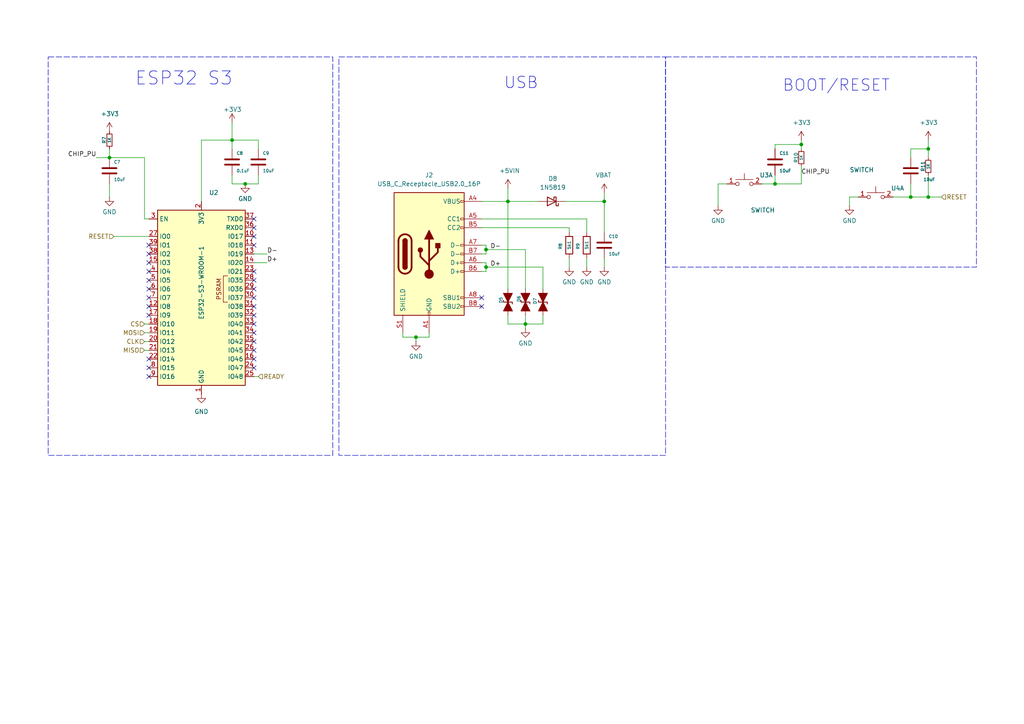
<source format=kicad_sch>
(kicad_sch
	(version 20250114)
	(generator "eeschema")
	(generator_version "9.0")
	(uuid "ea552d6a-537a-4a55-94b5-2a59223b7f3b")
	(paper "A4")
	(title_block
		(title "ArchiNET")
		(date "2025-06-30")
		(rev "2025-06-30")
	)
	(lib_symbols
		(symbol "Connector:USB_C_Receptacle_USB2.0_16P"
			(pin_names
				(offset 1.016)
			)
			(exclude_from_sim no)
			(in_bom yes)
			(on_board yes)
			(property "Reference" "J"
				(at 0 22.225 0)
				(effects
					(font
						(size 1.27 1.27)
					)
				)
			)
			(property "Value" "USB_C_Receptacle_USB2.0_16P"
				(at 0 19.685 0)
				(effects
					(font
						(size 1.27 1.27)
					)
				)
			)
			(property "Footprint" ""
				(at 3.81 0 0)
				(effects
					(font
						(size 1.27 1.27)
					)
					(hide yes)
				)
			)
			(property "Datasheet" "https://www.usb.org/sites/default/files/documents/usb_type-c.zip"
				(at 3.81 0 0)
				(effects
					(font
						(size 1.27 1.27)
					)
					(hide yes)
				)
			)
			(property "Description" "USB 2.0-only 16P Type-C Receptacle connector"
				(at 0 0 0)
				(effects
					(font
						(size 1.27 1.27)
					)
					(hide yes)
				)
			)
			(property "ki_keywords" "usb universal serial bus type-C USB2.0"
				(at 0 0 0)
				(effects
					(font
						(size 1.27 1.27)
					)
					(hide yes)
				)
			)
			(property "ki_fp_filters" "USB*C*Receptacle*"
				(at 0 0 0)
				(effects
					(font
						(size 1.27 1.27)
					)
					(hide yes)
				)
			)
			(symbol "USB_C_Receptacle_USB2.0_16P_0_0"
				(rectangle
					(start -0.254 -17.78)
					(end 0.254 -16.764)
					(stroke
						(width 0)
						(type default)
					)
					(fill
						(type none)
					)
				)
				(rectangle
					(start 10.16 15.494)
					(end 9.144 14.986)
					(stroke
						(width 0)
						(type default)
					)
					(fill
						(type none)
					)
				)
				(rectangle
					(start 10.16 10.414)
					(end 9.144 9.906)
					(stroke
						(width 0)
						(type default)
					)
					(fill
						(type none)
					)
				)
				(rectangle
					(start 10.16 7.874)
					(end 9.144 7.366)
					(stroke
						(width 0)
						(type default)
					)
					(fill
						(type none)
					)
				)
				(rectangle
					(start 10.16 2.794)
					(end 9.144 2.286)
					(stroke
						(width 0)
						(type default)
					)
					(fill
						(type none)
					)
				)
				(rectangle
					(start 10.16 0.254)
					(end 9.144 -0.254)
					(stroke
						(width 0)
						(type default)
					)
					(fill
						(type none)
					)
				)
				(rectangle
					(start 10.16 -2.286)
					(end 9.144 -2.794)
					(stroke
						(width 0)
						(type default)
					)
					(fill
						(type none)
					)
				)
				(rectangle
					(start 10.16 -4.826)
					(end 9.144 -5.334)
					(stroke
						(width 0)
						(type default)
					)
					(fill
						(type none)
					)
				)
				(rectangle
					(start 10.16 -12.446)
					(end 9.144 -12.954)
					(stroke
						(width 0)
						(type default)
					)
					(fill
						(type none)
					)
				)
				(rectangle
					(start 10.16 -14.986)
					(end 9.144 -15.494)
					(stroke
						(width 0)
						(type default)
					)
					(fill
						(type none)
					)
				)
			)
			(symbol "USB_C_Receptacle_USB2.0_16P_0_1"
				(rectangle
					(start -10.16 17.78)
					(end 10.16 -17.78)
					(stroke
						(width 0.254)
						(type default)
					)
					(fill
						(type background)
					)
				)
				(polyline
					(pts
						(xy -8.89 -3.81) (xy -8.89 3.81)
					)
					(stroke
						(width 0.508)
						(type default)
					)
					(fill
						(type none)
					)
				)
				(rectangle
					(start -7.62 -3.81)
					(end -6.35 3.81)
					(stroke
						(width 0.254)
						(type default)
					)
					(fill
						(type outline)
					)
				)
				(arc
					(start -7.62 3.81)
					(mid -6.985 4.4423)
					(end -6.35 3.81)
					(stroke
						(width 0.254)
						(type default)
					)
					(fill
						(type none)
					)
				)
				(arc
					(start -7.62 3.81)
					(mid -6.985 4.4423)
					(end -6.35 3.81)
					(stroke
						(width 0.254)
						(type default)
					)
					(fill
						(type outline)
					)
				)
				(arc
					(start -8.89 3.81)
					(mid -6.985 5.7067)
					(end -5.08 3.81)
					(stroke
						(width 0.508)
						(type default)
					)
					(fill
						(type none)
					)
				)
				(arc
					(start -5.08 -3.81)
					(mid -6.985 -5.7067)
					(end -8.89 -3.81)
					(stroke
						(width 0.508)
						(type default)
					)
					(fill
						(type none)
					)
				)
				(arc
					(start -6.35 -3.81)
					(mid -6.985 -4.4423)
					(end -7.62 -3.81)
					(stroke
						(width 0.254)
						(type default)
					)
					(fill
						(type none)
					)
				)
				(arc
					(start -6.35 -3.81)
					(mid -6.985 -4.4423)
					(end -7.62 -3.81)
					(stroke
						(width 0.254)
						(type default)
					)
					(fill
						(type outline)
					)
				)
				(polyline
					(pts
						(xy -5.08 3.81) (xy -5.08 -3.81)
					)
					(stroke
						(width 0.508)
						(type default)
					)
					(fill
						(type none)
					)
				)
				(circle
					(center -2.54 1.143)
					(radius 0.635)
					(stroke
						(width 0.254)
						(type default)
					)
					(fill
						(type outline)
					)
				)
				(polyline
					(pts
						(xy -1.27 4.318) (xy 0 6.858) (xy 1.27 4.318) (xy -1.27 4.318)
					)
					(stroke
						(width 0.254)
						(type default)
					)
					(fill
						(type outline)
					)
				)
				(polyline
					(pts
						(xy 0 -2.032) (xy 2.54 0.508) (xy 2.54 1.778)
					)
					(stroke
						(width 0.508)
						(type default)
					)
					(fill
						(type none)
					)
				)
				(polyline
					(pts
						(xy 0 -3.302) (xy -2.54 -0.762) (xy -2.54 0.508)
					)
					(stroke
						(width 0.508)
						(type default)
					)
					(fill
						(type none)
					)
				)
				(polyline
					(pts
						(xy 0 -5.842) (xy 0 4.318)
					)
					(stroke
						(width 0.508)
						(type default)
					)
					(fill
						(type none)
					)
				)
				(circle
					(center 0 -5.842)
					(radius 1.27)
					(stroke
						(width 0)
						(type default)
					)
					(fill
						(type outline)
					)
				)
				(rectangle
					(start 1.905 1.778)
					(end 3.175 3.048)
					(stroke
						(width 0.254)
						(type default)
					)
					(fill
						(type outline)
					)
				)
			)
			(symbol "USB_C_Receptacle_USB2.0_16P_1_1"
				(pin passive line
					(at -7.62 -22.86 90)
					(length 5.08)
					(name "SHIELD"
						(effects
							(font
								(size 1.27 1.27)
							)
						)
					)
					(number "S1"
						(effects
							(font
								(size 1.27 1.27)
							)
						)
					)
				)
				(pin passive line
					(at 0 -22.86 90)
					(length 5.08)
					(name "GND"
						(effects
							(font
								(size 1.27 1.27)
							)
						)
					)
					(number "A1"
						(effects
							(font
								(size 1.27 1.27)
							)
						)
					)
				)
				(pin passive line
					(at 0 -22.86 90)
					(length 5.08)
					(hide yes)
					(name "GND"
						(effects
							(font
								(size 1.27 1.27)
							)
						)
					)
					(number "A12"
						(effects
							(font
								(size 1.27 1.27)
							)
						)
					)
				)
				(pin passive line
					(at 0 -22.86 90)
					(length 5.08)
					(hide yes)
					(name "GND"
						(effects
							(font
								(size 1.27 1.27)
							)
						)
					)
					(number "B1"
						(effects
							(font
								(size 1.27 1.27)
							)
						)
					)
				)
				(pin passive line
					(at 0 -22.86 90)
					(length 5.08)
					(hide yes)
					(name "GND"
						(effects
							(font
								(size 1.27 1.27)
							)
						)
					)
					(number "B12"
						(effects
							(font
								(size 1.27 1.27)
							)
						)
					)
				)
				(pin passive line
					(at 15.24 15.24 180)
					(length 5.08)
					(name "VBUS"
						(effects
							(font
								(size 1.27 1.27)
							)
						)
					)
					(number "A4"
						(effects
							(font
								(size 1.27 1.27)
							)
						)
					)
				)
				(pin passive line
					(at 15.24 15.24 180)
					(length 5.08)
					(hide yes)
					(name "VBUS"
						(effects
							(font
								(size 1.27 1.27)
							)
						)
					)
					(number "A9"
						(effects
							(font
								(size 1.27 1.27)
							)
						)
					)
				)
				(pin passive line
					(at 15.24 15.24 180)
					(length 5.08)
					(hide yes)
					(name "VBUS"
						(effects
							(font
								(size 1.27 1.27)
							)
						)
					)
					(number "B4"
						(effects
							(font
								(size 1.27 1.27)
							)
						)
					)
				)
				(pin passive line
					(at 15.24 15.24 180)
					(length 5.08)
					(hide yes)
					(name "VBUS"
						(effects
							(font
								(size 1.27 1.27)
							)
						)
					)
					(number "B9"
						(effects
							(font
								(size 1.27 1.27)
							)
						)
					)
				)
				(pin bidirectional line
					(at 15.24 10.16 180)
					(length 5.08)
					(name "CC1"
						(effects
							(font
								(size 1.27 1.27)
							)
						)
					)
					(number "A5"
						(effects
							(font
								(size 1.27 1.27)
							)
						)
					)
				)
				(pin bidirectional line
					(at 15.24 7.62 180)
					(length 5.08)
					(name "CC2"
						(effects
							(font
								(size 1.27 1.27)
							)
						)
					)
					(number "B5"
						(effects
							(font
								(size 1.27 1.27)
							)
						)
					)
				)
				(pin bidirectional line
					(at 15.24 2.54 180)
					(length 5.08)
					(name "D-"
						(effects
							(font
								(size 1.27 1.27)
							)
						)
					)
					(number "A7"
						(effects
							(font
								(size 1.27 1.27)
							)
						)
					)
				)
				(pin bidirectional line
					(at 15.24 0 180)
					(length 5.08)
					(name "D-"
						(effects
							(font
								(size 1.27 1.27)
							)
						)
					)
					(number "B7"
						(effects
							(font
								(size 1.27 1.27)
							)
						)
					)
				)
				(pin bidirectional line
					(at 15.24 -2.54 180)
					(length 5.08)
					(name "D+"
						(effects
							(font
								(size 1.27 1.27)
							)
						)
					)
					(number "A6"
						(effects
							(font
								(size 1.27 1.27)
							)
						)
					)
				)
				(pin bidirectional line
					(at 15.24 -5.08 180)
					(length 5.08)
					(name "D+"
						(effects
							(font
								(size 1.27 1.27)
							)
						)
					)
					(number "B6"
						(effects
							(font
								(size 1.27 1.27)
							)
						)
					)
				)
				(pin bidirectional line
					(at 15.24 -12.7 180)
					(length 5.08)
					(name "SBU1"
						(effects
							(font
								(size 1.27 1.27)
							)
						)
					)
					(number "A8"
						(effects
							(font
								(size 1.27 1.27)
							)
						)
					)
				)
				(pin bidirectional line
					(at 15.24 -15.24 180)
					(length 5.08)
					(name "SBU2"
						(effects
							(font
								(size 1.27 1.27)
							)
						)
					)
					(number "B8"
						(effects
							(font
								(size 1.27 1.27)
							)
						)
					)
				)
			)
			(embedded_fonts no)
		)
		(symbol "Device:C"
			(pin_numbers
				(hide yes)
			)
			(pin_names
				(offset 0.254)
			)
			(exclude_from_sim no)
			(in_bom yes)
			(on_board yes)
			(property "Reference" "C"
				(at 0.635 2.54 0)
				(effects
					(font
						(size 1.27 1.27)
					)
					(justify left)
				)
			)
			(property "Value" "C"
				(at 0.635 -2.54 0)
				(effects
					(font
						(size 1.27 1.27)
					)
					(justify left)
				)
			)
			(property "Footprint" ""
				(at 0.9652 -3.81 0)
				(effects
					(font
						(size 1.27 1.27)
					)
					(hide yes)
				)
			)
			(property "Datasheet" "~"
				(at 0 0 0)
				(effects
					(font
						(size 1.27 1.27)
					)
					(hide yes)
				)
			)
			(property "Description" "Unpolarized capacitor"
				(at 0 0 0)
				(effects
					(font
						(size 1.27 1.27)
					)
					(hide yes)
				)
			)
			(property "ki_keywords" "cap capacitor"
				(at 0 0 0)
				(effects
					(font
						(size 1.27 1.27)
					)
					(hide yes)
				)
			)
			(property "ki_fp_filters" "C_*"
				(at 0 0 0)
				(effects
					(font
						(size 1.27 1.27)
					)
					(hide yes)
				)
			)
			(symbol "C_0_1"
				(polyline
					(pts
						(xy -2.032 0.762) (xy 2.032 0.762)
					)
					(stroke
						(width 0.508)
						(type default)
					)
					(fill
						(type none)
					)
				)
				(polyline
					(pts
						(xy -2.032 -0.762) (xy 2.032 -0.762)
					)
					(stroke
						(width 0.508)
						(type default)
					)
					(fill
						(type none)
					)
				)
			)
			(symbol "C_1_1"
				(pin passive line
					(at 0 3.81 270)
					(length 2.794)
					(name "~"
						(effects
							(font
								(size 1.27 1.27)
							)
						)
					)
					(number "1"
						(effects
							(font
								(size 1.27 1.27)
							)
						)
					)
				)
				(pin passive line
					(at 0 -3.81 90)
					(length 2.794)
					(name "~"
						(effects
							(font
								(size 1.27 1.27)
							)
						)
					)
					(number "2"
						(effects
							(font
								(size 1.27 1.27)
							)
						)
					)
				)
			)
			(embedded_fonts no)
		)
		(symbol "Device:D_TVS_Filled"
			(pin_numbers
				(hide yes)
			)
			(pin_names
				(offset 1.016)
				(hide yes)
			)
			(exclude_from_sim no)
			(in_bom yes)
			(on_board yes)
			(property "Reference" "D"
				(at 0 2.54 0)
				(effects
					(font
						(size 1.27 1.27)
					)
				)
			)
			(property "Value" "D_TVS_Filled"
				(at 0 -2.54 0)
				(effects
					(font
						(size 1.27 1.27)
					)
				)
			)
			(property "Footprint" ""
				(at 0 0 0)
				(effects
					(font
						(size 1.27 1.27)
					)
					(hide yes)
				)
			)
			(property "Datasheet" "~"
				(at 0 0 0)
				(effects
					(font
						(size 1.27 1.27)
					)
					(hide yes)
				)
			)
			(property "Description" "Bidirectional transient-voltage-suppression diode, filled shape"
				(at 0 0 0)
				(effects
					(font
						(size 1.27 1.27)
					)
					(hide yes)
				)
			)
			(property "ki_keywords" "diode TVS thyrector"
				(at 0 0 0)
				(effects
					(font
						(size 1.27 1.27)
					)
					(hide yes)
				)
			)
			(property "ki_fp_filters" "TO-???* *_Diode_* *SingleDiode* D_*"
				(at 0 0 0)
				(effects
					(font
						(size 1.27 1.27)
					)
					(hide yes)
				)
			)
			(symbol "D_TVS_Filled_0_1"
				(polyline
					(pts
						(xy -2.54 -1.27) (xy 0 0) (xy -2.54 1.27) (xy -2.54 -1.27)
					)
					(stroke
						(width 0.254)
						(type default)
					)
					(fill
						(type outline)
					)
				)
				(polyline
					(pts
						(xy 0.508 1.27) (xy 0 1.27) (xy 0 -1.27) (xy -0.508 -1.27)
					)
					(stroke
						(width 0.254)
						(type default)
					)
					(fill
						(type none)
					)
				)
				(polyline
					(pts
						(xy 1.27 0) (xy -1.27 0)
					)
					(stroke
						(width 0)
						(type default)
					)
					(fill
						(type none)
					)
				)
				(polyline
					(pts
						(xy 2.54 1.27) (xy 2.54 -1.27) (xy 0 0) (xy 2.54 1.27)
					)
					(stroke
						(width 0.254)
						(type default)
					)
					(fill
						(type outline)
					)
				)
			)
			(symbol "D_TVS_Filled_1_1"
				(pin passive line
					(at -3.81 0 0)
					(length 2.54)
					(name "A1"
						(effects
							(font
								(size 1.27 1.27)
							)
						)
					)
					(number "1"
						(effects
							(font
								(size 1.27 1.27)
							)
						)
					)
				)
				(pin passive line
					(at 3.81 0 180)
					(length 2.54)
					(name "A2"
						(effects
							(font
								(size 1.27 1.27)
							)
						)
					)
					(number "2"
						(effects
							(font
								(size 1.27 1.27)
							)
						)
					)
				)
			)
			(embedded_fonts no)
		)
		(symbol "Device:R"
			(pin_numbers
				(hide yes)
			)
			(pin_names
				(offset 0)
			)
			(exclude_from_sim no)
			(in_bom yes)
			(on_board yes)
			(property "Reference" "R"
				(at 2.032 0 90)
				(effects
					(font
						(size 1.27 1.27)
					)
				)
			)
			(property "Value" "R"
				(at 0 0 90)
				(effects
					(font
						(size 1.27 1.27)
					)
				)
			)
			(property "Footprint" ""
				(at -1.778 0 90)
				(effects
					(font
						(size 1.27 1.27)
					)
					(hide yes)
				)
			)
			(property "Datasheet" "~"
				(at 0 0 0)
				(effects
					(font
						(size 1.27 1.27)
					)
					(hide yes)
				)
			)
			(property "Description" "Resistor"
				(at 0 0 0)
				(effects
					(font
						(size 1.27 1.27)
					)
					(hide yes)
				)
			)
			(property "ki_keywords" "R res resistor"
				(at 0 0 0)
				(effects
					(font
						(size 1.27 1.27)
					)
					(hide yes)
				)
			)
			(property "ki_fp_filters" "R_*"
				(at 0 0 0)
				(effects
					(font
						(size 1.27 1.27)
					)
					(hide yes)
				)
			)
			(symbol "R_0_1"
				(rectangle
					(start -1.016 -2.54)
					(end 1.016 2.54)
					(stroke
						(width 0.254)
						(type default)
					)
					(fill
						(type none)
					)
				)
			)
			(symbol "R_1_1"
				(pin passive line
					(at 0 3.81 270)
					(length 1.27)
					(name "~"
						(effects
							(font
								(size 1.27 1.27)
							)
						)
					)
					(number "1"
						(effects
							(font
								(size 1.27 1.27)
							)
						)
					)
				)
				(pin passive line
					(at 0 -3.81 90)
					(length 1.27)
					(name "~"
						(effects
							(font
								(size 1.27 1.27)
							)
						)
					)
					(number "2"
						(effects
							(font
								(size 1.27 1.27)
							)
						)
					)
				)
			)
			(embedded_fonts no)
		)
		(symbol "Device:R_Small"
			(pin_numbers
				(hide yes)
			)
			(pin_names
				(offset 0.254)
				(hide yes)
			)
			(exclude_from_sim no)
			(in_bom yes)
			(on_board yes)
			(property "Reference" "R"
				(at 0.762 0.508 0)
				(effects
					(font
						(size 1.27 1.27)
					)
					(justify left)
				)
			)
			(property "Value" "R_Small"
				(at 0.762 -1.016 0)
				(effects
					(font
						(size 1.27 1.27)
					)
					(justify left)
				)
			)
			(property "Footprint" ""
				(at 0 0 0)
				(effects
					(font
						(size 1.27 1.27)
					)
					(hide yes)
				)
			)
			(property "Datasheet" "~"
				(at 0 0 0)
				(effects
					(font
						(size 1.27 1.27)
					)
					(hide yes)
				)
			)
			(property "Description" "Resistor, small symbol"
				(at 0 0 0)
				(effects
					(font
						(size 1.27 1.27)
					)
					(hide yes)
				)
			)
			(property "ki_keywords" "R resistor"
				(at 0 0 0)
				(effects
					(font
						(size 1.27 1.27)
					)
					(hide yes)
				)
			)
			(property "ki_fp_filters" "R_*"
				(at 0 0 0)
				(effects
					(font
						(size 1.27 1.27)
					)
					(hide yes)
				)
			)
			(symbol "R_Small_0_1"
				(rectangle
					(start -0.762 1.778)
					(end 0.762 -1.778)
					(stroke
						(width 0.2032)
						(type default)
					)
					(fill
						(type none)
					)
				)
			)
			(symbol "R_Small_1_1"
				(pin passive line
					(at 0 2.54 270)
					(length 0.762)
					(name "~"
						(effects
							(font
								(size 1.27 1.27)
							)
						)
					)
					(number "1"
						(effects
							(font
								(size 1.27 1.27)
							)
						)
					)
				)
				(pin passive line
					(at 0 -2.54 90)
					(length 0.762)
					(name "~"
						(effects
							(font
								(size 1.27 1.27)
							)
						)
					)
					(number "2"
						(effects
							(font
								(size 1.27 1.27)
							)
						)
					)
				)
			)
			(embedded_fonts no)
		)
		(symbol "Diode:1N5819"
			(pin_numbers
				(hide yes)
			)
			(pin_names
				(offset 1.016)
				(hide yes)
			)
			(exclude_from_sim no)
			(in_bom yes)
			(on_board yes)
			(property "Reference" "D"
				(at 0 2.54 0)
				(effects
					(font
						(size 1.27 1.27)
					)
				)
			)
			(property "Value" "1N5819"
				(at 0 -2.54 0)
				(effects
					(font
						(size 1.27 1.27)
					)
				)
			)
			(property "Footprint" "Diode_THT:D_DO-41_SOD81_P10.16mm_Horizontal"
				(at 0 -4.445 0)
				(effects
					(font
						(size 1.27 1.27)
					)
					(hide yes)
				)
			)
			(property "Datasheet" "http://www.vishay.com/docs/88525/1n5817.pdf"
				(at 0 0 0)
				(effects
					(font
						(size 1.27 1.27)
					)
					(hide yes)
				)
			)
			(property "Description" "40V 1A Schottky Barrier Rectifier Diode, DO-41"
				(at 0 0 0)
				(effects
					(font
						(size 1.27 1.27)
					)
					(hide yes)
				)
			)
			(property "ki_keywords" "diode Schottky"
				(at 0 0 0)
				(effects
					(font
						(size 1.27 1.27)
					)
					(hide yes)
				)
			)
			(property "ki_fp_filters" "D*DO?41*"
				(at 0 0 0)
				(effects
					(font
						(size 1.27 1.27)
					)
					(hide yes)
				)
			)
			(symbol "1N5819_0_1"
				(polyline
					(pts
						(xy -1.905 0.635) (xy -1.905 1.27) (xy -1.27 1.27) (xy -1.27 -1.27) (xy -0.635 -1.27) (xy -0.635 -0.635)
					)
					(stroke
						(width 0.254)
						(type default)
					)
					(fill
						(type none)
					)
				)
				(polyline
					(pts
						(xy 1.27 1.27) (xy 1.27 -1.27) (xy -1.27 0) (xy 1.27 1.27)
					)
					(stroke
						(width 0.254)
						(type default)
					)
					(fill
						(type none)
					)
				)
				(polyline
					(pts
						(xy 1.27 0) (xy -1.27 0)
					)
					(stroke
						(width 0)
						(type default)
					)
					(fill
						(type none)
					)
				)
			)
			(symbol "1N5819_1_1"
				(pin passive line
					(at -3.81 0 0)
					(length 2.54)
					(name "K"
						(effects
							(font
								(size 1.27 1.27)
							)
						)
					)
					(number "1"
						(effects
							(font
								(size 1.27 1.27)
							)
						)
					)
				)
				(pin passive line
					(at 3.81 0 180)
					(length 2.54)
					(name "A"
						(effects
							(font
								(size 1.27 1.27)
							)
						)
					)
					(number "2"
						(effects
							(font
								(size 1.27 1.27)
							)
						)
					)
				)
			)
			(embedded_fonts no)
		)
		(symbol "RF_Module:ESP32-S3-WROOM-1"
			(exclude_from_sim no)
			(in_bom yes)
			(on_board yes)
			(property "Reference" "U"
				(at -12.7 26.67 0)
				(effects
					(font
						(size 1.27 1.27)
					)
				)
			)
			(property "Value" "ESP32-S3-WROOM-1"
				(at 12.7 26.67 0)
				(effects
					(font
						(size 1.27 1.27)
					)
				)
			)
			(property "Footprint" "RF_Module:ESP32-S3-WROOM-1"
				(at 0 2.54 0)
				(effects
					(font
						(size 1.27 1.27)
					)
					(hide yes)
				)
			)
			(property "Datasheet" "https://www.espressif.com/sites/default/files/documentation/esp32-s3-wroom-1_wroom-1u_datasheet_en.pdf"
				(at 0 0 0)
				(effects
					(font
						(size 1.27 1.27)
					)
					(hide yes)
				)
			)
			(property "Description" "RF Module, ESP32-S3 SoC, Wi-Fi 802.11b/g/n, Bluetooth, BLE, 32-bit, 3.3V, onboard antenna, SMD"
				(at 0 0 0)
				(effects
					(font
						(size 1.27 1.27)
					)
					(hide yes)
				)
			)
			(property "ki_keywords" "RF Radio BT ESP ESP32-S3 Espressif onboard PCB antenna"
				(at 0 0 0)
				(effects
					(font
						(size 1.27 1.27)
					)
					(hide yes)
				)
			)
			(property "ki_fp_filters" "ESP32?S3?WROOM?1*"
				(at 0 0 0)
				(effects
					(font
						(size 1.27 1.27)
					)
					(hide yes)
				)
			)
			(symbol "ESP32-S3-WROOM-1_0_0"
				(rectangle
					(start -12.7 25.4)
					(end 12.7 -25.4)
					(stroke
						(width 0.254)
						(type default)
					)
					(fill
						(type background)
					)
				)
				(text "PSRAM"
					(at 5.08 2.54 900)
					(effects
						(font
							(size 1.27 1.27)
						)
					)
				)
			)
			(symbol "ESP32-S3-WROOM-1_0_1"
				(polyline
					(pts
						(xy 7.62 -1.27) (xy 6.35 -1.27) (xy 6.35 6.35) (xy 7.62 6.35)
					)
					(stroke
						(width 0)
						(type default)
					)
					(fill
						(type none)
					)
				)
			)
			(symbol "ESP32-S3-WROOM-1_1_1"
				(pin input line
					(at -15.24 22.86 0)
					(length 2.54)
					(name "EN"
						(effects
							(font
								(size 1.27 1.27)
							)
						)
					)
					(number "3"
						(effects
							(font
								(size 1.27 1.27)
							)
						)
					)
				)
				(pin bidirectional line
					(at -15.24 17.78 0)
					(length 2.54)
					(name "IO0"
						(effects
							(font
								(size 1.27 1.27)
							)
						)
					)
					(number "27"
						(effects
							(font
								(size 1.27 1.27)
							)
						)
					)
				)
				(pin bidirectional line
					(at -15.24 15.24 0)
					(length 2.54)
					(name "IO1"
						(effects
							(font
								(size 1.27 1.27)
							)
						)
					)
					(number "39"
						(effects
							(font
								(size 1.27 1.27)
							)
						)
					)
				)
				(pin bidirectional line
					(at -15.24 12.7 0)
					(length 2.54)
					(name "IO2"
						(effects
							(font
								(size 1.27 1.27)
							)
						)
					)
					(number "38"
						(effects
							(font
								(size 1.27 1.27)
							)
						)
					)
				)
				(pin bidirectional line
					(at -15.24 10.16 0)
					(length 2.54)
					(name "IO3"
						(effects
							(font
								(size 1.27 1.27)
							)
						)
					)
					(number "15"
						(effects
							(font
								(size 1.27 1.27)
							)
						)
					)
				)
				(pin bidirectional line
					(at -15.24 7.62 0)
					(length 2.54)
					(name "IO4"
						(effects
							(font
								(size 1.27 1.27)
							)
						)
					)
					(number "4"
						(effects
							(font
								(size 1.27 1.27)
							)
						)
					)
				)
				(pin bidirectional line
					(at -15.24 5.08 0)
					(length 2.54)
					(name "IO5"
						(effects
							(font
								(size 1.27 1.27)
							)
						)
					)
					(number "5"
						(effects
							(font
								(size 1.27 1.27)
							)
						)
					)
				)
				(pin bidirectional line
					(at -15.24 2.54 0)
					(length 2.54)
					(name "IO6"
						(effects
							(font
								(size 1.27 1.27)
							)
						)
					)
					(number "6"
						(effects
							(font
								(size 1.27 1.27)
							)
						)
					)
				)
				(pin bidirectional line
					(at -15.24 0 0)
					(length 2.54)
					(name "IO7"
						(effects
							(font
								(size 1.27 1.27)
							)
						)
					)
					(number "7"
						(effects
							(font
								(size 1.27 1.27)
							)
						)
					)
				)
				(pin bidirectional line
					(at -15.24 -2.54 0)
					(length 2.54)
					(name "IO8"
						(effects
							(font
								(size 1.27 1.27)
							)
						)
					)
					(number "12"
						(effects
							(font
								(size 1.27 1.27)
							)
						)
					)
				)
				(pin bidirectional line
					(at -15.24 -5.08 0)
					(length 2.54)
					(name "IO9"
						(effects
							(font
								(size 1.27 1.27)
							)
						)
					)
					(number "17"
						(effects
							(font
								(size 1.27 1.27)
							)
						)
					)
				)
				(pin bidirectional line
					(at -15.24 -7.62 0)
					(length 2.54)
					(name "IO10"
						(effects
							(font
								(size 1.27 1.27)
							)
						)
					)
					(number "18"
						(effects
							(font
								(size 1.27 1.27)
							)
						)
					)
				)
				(pin bidirectional line
					(at -15.24 -10.16 0)
					(length 2.54)
					(name "IO11"
						(effects
							(font
								(size 1.27 1.27)
							)
						)
					)
					(number "19"
						(effects
							(font
								(size 1.27 1.27)
							)
						)
					)
				)
				(pin bidirectional line
					(at -15.24 -12.7 0)
					(length 2.54)
					(name "IO12"
						(effects
							(font
								(size 1.27 1.27)
							)
						)
					)
					(number "20"
						(effects
							(font
								(size 1.27 1.27)
							)
						)
					)
				)
				(pin bidirectional line
					(at -15.24 -15.24 0)
					(length 2.54)
					(name "IO13"
						(effects
							(font
								(size 1.27 1.27)
							)
						)
					)
					(number "21"
						(effects
							(font
								(size 1.27 1.27)
							)
						)
					)
				)
				(pin bidirectional line
					(at -15.24 -17.78 0)
					(length 2.54)
					(name "IO14"
						(effects
							(font
								(size 1.27 1.27)
							)
						)
					)
					(number "22"
						(effects
							(font
								(size 1.27 1.27)
							)
						)
					)
				)
				(pin bidirectional line
					(at -15.24 -20.32 0)
					(length 2.54)
					(name "IO15"
						(effects
							(font
								(size 1.27 1.27)
							)
						)
					)
					(number "8"
						(effects
							(font
								(size 1.27 1.27)
							)
						)
					)
				)
				(pin bidirectional line
					(at -15.24 -22.86 0)
					(length 2.54)
					(name "IO16"
						(effects
							(font
								(size 1.27 1.27)
							)
						)
					)
					(number "9"
						(effects
							(font
								(size 1.27 1.27)
							)
						)
					)
				)
				(pin power_in line
					(at 0 27.94 270)
					(length 2.54)
					(name "3V3"
						(effects
							(font
								(size 1.27 1.27)
							)
						)
					)
					(number "2"
						(effects
							(font
								(size 1.27 1.27)
							)
						)
					)
				)
				(pin power_in line
					(at 0 -27.94 90)
					(length 2.54)
					(name "GND"
						(effects
							(font
								(size 1.27 1.27)
							)
						)
					)
					(number "1"
						(effects
							(font
								(size 1.27 1.27)
							)
						)
					)
				)
				(pin passive line
					(at 0 -27.94 90)
					(length 2.54)
					(hide yes)
					(name "GND"
						(effects
							(font
								(size 1.27 1.27)
							)
						)
					)
					(number "40"
						(effects
							(font
								(size 1.27 1.27)
							)
						)
					)
				)
				(pin passive line
					(at 0 -27.94 90)
					(length 2.54)
					(hide yes)
					(name "GND"
						(effects
							(font
								(size 1.27 1.27)
							)
						)
					)
					(number "41"
						(effects
							(font
								(size 1.27 1.27)
							)
						)
					)
				)
				(pin bidirectional line
					(at 15.24 22.86 180)
					(length 2.54)
					(name "TXD0"
						(effects
							(font
								(size 1.27 1.27)
							)
						)
					)
					(number "37"
						(effects
							(font
								(size 1.27 1.27)
							)
						)
					)
				)
				(pin bidirectional line
					(at 15.24 20.32 180)
					(length 2.54)
					(name "RXD0"
						(effects
							(font
								(size 1.27 1.27)
							)
						)
					)
					(number "36"
						(effects
							(font
								(size 1.27 1.27)
							)
						)
					)
				)
				(pin bidirectional line
					(at 15.24 17.78 180)
					(length 2.54)
					(name "IO17"
						(effects
							(font
								(size 1.27 1.27)
							)
						)
					)
					(number "10"
						(effects
							(font
								(size 1.27 1.27)
							)
						)
					)
				)
				(pin bidirectional line
					(at 15.24 15.24 180)
					(length 2.54)
					(name "IO18"
						(effects
							(font
								(size 1.27 1.27)
							)
						)
					)
					(number "11"
						(effects
							(font
								(size 1.27 1.27)
							)
						)
					)
				)
				(pin bidirectional line
					(at 15.24 12.7 180)
					(length 2.54)
					(name "IO19"
						(effects
							(font
								(size 1.27 1.27)
							)
						)
					)
					(number "13"
						(effects
							(font
								(size 1.27 1.27)
							)
						)
					)
				)
				(pin bidirectional line
					(at 15.24 10.16 180)
					(length 2.54)
					(name "IO20"
						(effects
							(font
								(size 1.27 1.27)
							)
						)
					)
					(number "14"
						(effects
							(font
								(size 1.27 1.27)
							)
						)
					)
				)
				(pin bidirectional line
					(at 15.24 7.62 180)
					(length 2.54)
					(name "IO21"
						(effects
							(font
								(size 1.27 1.27)
							)
						)
					)
					(number "23"
						(effects
							(font
								(size 1.27 1.27)
							)
						)
					)
				)
				(pin bidirectional line
					(at 15.24 5.08 180)
					(length 2.54)
					(name "IO35"
						(effects
							(font
								(size 1.27 1.27)
							)
						)
					)
					(number "28"
						(effects
							(font
								(size 1.27 1.27)
							)
						)
					)
				)
				(pin bidirectional line
					(at 15.24 2.54 180)
					(length 2.54)
					(name "IO36"
						(effects
							(font
								(size 1.27 1.27)
							)
						)
					)
					(number "29"
						(effects
							(font
								(size 1.27 1.27)
							)
						)
					)
				)
				(pin bidirectional line
					(at 15.24 0 180)
					(length 2.54)
					(name "IO37"
						(effects
							(font
								(size 1.27 1.27)
							)
						)
					)
					(number "30"
						(effects
							(font
								(size 1.27 1.27)
							)
						)
					)
				)
				(pin bidirectional line
					(at 15.24 -2.54 180)
					(length 2.54)
					(name "IO38"
						(effects
							(font
								(size 1.27 1.27)
							)
						)
					)
					(number "31"
						(effects
							(font
								(size 1.27 1.27)
							)
						)
					)
				)
				(pin bidirectional line
					(at 15.24 -5.08 180)
					(length 2.54)
					(name "IO39"
						(effects
							(font
								(size 1.27 1.27)
							)
						)
					)
					(number "32"
						(effects
							(font
								(size 1.27 1.27)
							)
						)
					)
				)
				(pin bidirectional line
					(at 15.24 -7.62 180)
					(length 2.54)
					(name "IO40"
						(effects
							(font
								(size 1.27 1.27)
							)
						)
					)
					(number "33"
						(effects
							(font
								(size 1.27 1.27)
							)
						)
					)
				)
				(pin bidirectional line
					(at 15.24 -10.16 180)
					(length 2.54)
					(name "IO41"
						(effects
							(font
								(size 1.27 1.27)
							)
						)
					)
					(number "34"
						(effects
							(font
								(size 1.27 1.27)
							)
						)
					)
				)
				(pin bidirectional line
					(at 15.24 -12.7 180)
					(length 2.54)
					(name "IO42"
						(effects
							(font
								(size 1.27 1.27)
							)
						)
					)
					(number "35"
						(effects
							(font
								(size 1.27 1.27)
							)
						)
					)
				)
				(pin bidirectional line
					(at 15.24 -15.24 180)
					(length 2.54)
					(name "IO45"
						(effects
							(font
								(size 1.27 1.27)
							)
						)
					)
					(number "26"
						(effects
							(font
								(size 1.27 1.27)
							)
						)
					)
				)
				(pin bidirectional line
					(at 15.24 -17.78 180)
					(length 2.54)
					(name "IO46"
						(effects
							(font
								(size 1.27 1.27)
							)
						)
					)
					(number "16"
						(effects
							(font
								(size 1.27 1.27)
							)
						)
					)
				)
				(pin bidirectional line
					(at 15.24 -20.32 180)
					(length 2.54)
					(name "IO47"
						(effects
							(font
								(size 1.27 1.27)
							)
						)
					)
					(number "24"
						(effects
							(font
								(size 1.27 1.27)
							)
						)
					)
				)
				(pin bidirectional line
					(at 15.24 -22.86 180)
					(length 2.54)
					(name "IO48"
						(effects
							(font
								(size 1.27 1.27)
							)
						)
					)
					(number "25"
						(effects
							(font
								(size 1.27 1.27)
							)
						)
					)
				)
			)
			(embedded_fonts no)
		)
		(symbol "Switch:SW_Push_Dual_x2"
			(pin_names
				(offset 1.016)
				(hide yes)
			)
			(exclude_from_sim no)
			(in_bom yes)
			(on_board yes)
			(property "Reference" "SW"
				(at 1.27 2.54 0)
				(effects
					(font
						(size 1.27 1.27)
					)
					(justify left)
				)
			)
			(property "Value" "SW_Push_Dual_x2"
				(at 0 -1.524 0)
				(effects
					(font
						(size 1.27 1.27)
					)
				)
			)
			(property "Footprint" ""
				(at 0 5.08 0)
				(effects
					(font
						(size 1.27 1.27)
					)
					(hide yes)
				)
			)
			(property "Datasheet" "~"
				(at 0 5.08 0)
				(effects
					(font
						(size 1.27 1.27)
					)
					(hide yes)
				)
			)
			(property "Description" "Push button switch, generic, separate symbols, four pins"
				(at 0 0 0)
				(effects
					(font
						(size 1.27 1.27)
					)
					(hide yes)
				)
			)
			(property "ki_keywords" "switch normally-open pushbutton push-button"
				(at 0 0 0)
				(effects
					(font
						(size 1.27 1.27)
					)
					(hide yes)
				)
			)
			(symbol "SW_Push_Dual_x2_0_1"
				(circle
					(center -2.032 0)
					(radius 0.508)
					(stroke
						(width 0)
						(type default)
					)
					(fill
						(type none)
					)
				)
				(polyline
					(pts
						(xy 0 1.27) (xy 0 3.048)
					)
					(stroke
						(width 0)
						(type default)
					)
					(fill
						(type none)
					)
				)
				(circle
					(center 2.032 0)
					(radius 0.508)
					(stroke
						(width 0)
						(type default)
					)
					(fill
						(type none)
					)
				)
				(polyline
					(pts
						(xy 2.54 1.27) (xy -2.54 1.27)
					)
					(stroke
						(width 0)
						(type default)
					)
					(fill
						(type none)
					)
				)
			)
			(symbol "SW_Push_Dual_x2_1_1"
				(pin passive line
					(at -5.08 0 0)
					(length 2.54)
					(name "C"
						(effects
							(font
								(size 1.27 1.27)
							)
						)
					)
					(number "1"
						(effects
							(font
								(size 1.27 1.27)
							)
						)
					)
				)
				(pin passive line
					(at 5.08 0 180)
					(length 2.54)
					(name "D"
						(effects
							(font
								(size 1.27 1.27)
							)
						)
					)
					(number "2"
						(effects
							(font
								(size 1.27 1.27)
							)
						)
					)
				)
			)
			(symbol "SW_Push_Dual_x2_2_1"
				(pin passive line
					(at -5.08 0 0)
					(length 2.54)
					(name "C"
						(effects
							(font
								(size 1.27 1.27)
							)
						)
					)
					(number "3"
						(effects
							(font
								(size 1.27 1.27)
							)
						)
					)
				)
				(pin passive line
					(at 5.08 0 180)
					(length 2.54)
					(name "D"
						(effects
							(font
								(size 1.27 1.27)
							)
						)
					)
					(number "4"
						(effects
							(font
								(size 1.27 1.27)
							)
						)
					)
				)
			)
			(embedded_fonts no)
		)
		(symbol "power:GND"
			(power)
			(pin_numbers
				(hide yes)
			)
			(pin_names
				(offset 0)
				(hide yes)
			)
			(exclude_from_sim no)
			(in_bom yes)
			(on_board yes)
			(property "Reference" "#PWR"
				(at 0 -6.35 0)
				(effects
					(font
						(size 1.27 1.27)
					)
					(hide yes)
				)
			)
			(property "Value" "GND"
				(at 0 -3.81 0)
				(effects
					(font
						(size 1.27 1.27)
					)
				)
			)
			(property "Footprint" ""
				(at 0 0 0)
				(effects
					(font
						(size 1.27 1.27)
					)
					(hide yes)
				)
			)
			(property "Datasheet" ""
				(at 0 0 0)
				(effects
					(font
						(size 1.27 1.27)
					)
					(hide yes)
				)
			)
			(property "Description" "Power symbol creates a global label with name \"GND\" , ground"
				(at 0 0 0)
				(effects
					(font
						(size 1.27 1.27)
					)
					(hide yes)
				)
			)
			(property "ki_keywords" "global power"
				(at 0 0 0)
				(effects
					(font
						(size 1.27 1.27)
					)
					(hide yes)
				)
			)
			(symbol "GND_0_1"
				(polyline
					(pts
						(xy 0 0) (xy 0 -1.27) (xy 1.27 -1.27) (xy 0 -2.54) (xy -1.27 -1.27) (xy 0 -1.27)
					)
					(stroke
						(width 0)
						(type default)
					)
					(fill
						(type none)
					)
				)
			)
			(symbol "GND_1_1"
				(pin power_in line
					(at 0 0 270)
					(length 0)
					(name "~"
						(effects
							(font
								(size 1.27 1.27)
							)
						)
					)
					(number "1"
						(effects
							(font
								(size 1.27 1.27)
							)
						)
					)
				)
			)
			(embedded_fonts no)
		)
		(symbol "power:VCC"
			(power)
			(pin_names
				(offset 0)
			)
			(exclude_from_sim no)
			(in_bom yes)
			(on_board yes)
			(property "Reference" "#PWR"
				(at 0 -3.81 0)
				(effects
					(font
						(size 1.27 1.27)
					)
					(hide yes)
				)
			)
			(property "Value" "VCC"
				(at 0 3.81 0)
				(effects
					(font
						(size 1.27 1.27)
					)
				)
			)
			(property "Footprint" ""
				(at 0 0 0)
				(effects
					(font
						(size 1.27 1.27)
					)
					(hide yes)
				)
			)
			(property "Datasheet" ""
				(at 0 0 0)
				(effects
					(font
						(size 1.27 1.27)
					)
					(hide yes)
				)
			)
			(property "Description" "Power symbol creates a global label with name \"VCC\""
				(at 0 0 0)
				(effects
					(font
						(size 1.27 1.27)
					)
					(hide yes)
				)
			)
			(property "ki_keywords" "power-flag"
				(at 0 0 0)
				(effects
					(font
						(size 1.27 1.27)
					)
					(hide yes)
				)
			)
			(symbol "VCC_0_1"
				(polyline
					(pts
						(xy -0.762 1.27) (xy 0 2.54)
					)
					(stroke
						(width 0)
						(type default)
					)
					(fill
						(type none)
					)
				)
				(polyline
					(pts
						(xy 0 2.54) (xy 0.762 1.27)
					)
					(stroke
						(width 0)
						(type default)
					)
					(fill
						(type none)
					)
				)
				(polyline
					(pts
						(xy 0 0) (xy 0 2.54)
					)
					(stroke
						(width 0)
						(type default)
					)
					(fill
						(type none)
					)
				)
			)
			(symbol "VCC_1_1"
				(pin power_in line
					(at 0 0 90)
					(length 0)
					(hide yes)
					(name "VCC"
						(effects
							(font
								(size 1.27 1.27)
							)
						)
					)
					(number "1"
						(effects
							(font
								(size 1.27 1.27)
							)
						)
					)
				)
			)
			(embedded_fonts no)
		)
	)
	(rectangle
		(start 98.298 16.51)
		(end 193.04 132.08)
		(stroke
			(width 0.1524)
			(type dash)
		)
		(fill
			(type none)
		)
		(uuid 1a9a003f-2bee-40a2-bb7e-e666ad41b299)
	)
	(rectangle
		(start 13.97 16.51)
		(end 96.52 132.08)
		(stroke
			(width 0.1524)
			(type dash)
		)
		(fill
			(type none)
		)
		(uuid ebb53021-f243-470d-ab02-9493a7dfd44d)
	)
	(rectangle
		(start 193.04 16.51)
		(end 283.21 77.47)
		(stroke
			(width 0.1524)
			(type dash)
		)
		(fill
			(type none)
		)
		(uuid ee0c4af1-72f3-4ec3-a1cb-def9766a9c72)
	)
	(text "USB "
		(exclude_from_sim no)
		(at 152.4 24.13 0)
		(effects
			(font
				(size 3.302 3.302)
			)
		)
		(uuid "acbd2c11-2ed9-4a8f-9e71-2ef6b1bf155e")
	)
	(text "BOOT/RESET\n"
		(exclude_from_sim no)
		(at 242.57 24.892 0)
		(effects
			(font
				(size 3.302 3.302)
			)
		)
		(uuid "b7177604-13bb-4d98-9f87-7686745cf3a1")
	)
	(text "ESP32 S3\n"
		(exclude_from_sim no)
		(at 53.34 22.86 0)
		(effects
			(font
				(size 3.81 3.81)
			)
		)
		(uuid "fac585da-e370-4da3-a5cb-f1ff0bdf35b5")
	)
	(junction
		(at 71.12 53.34)
		(diameter 0)
		(color 0 0 0 0)
		(uuid "0a892d45-3efc-4365-8648-418c249566ed")
	)
	(junction
		(at 224.79 53.34)
		(diameter 0)
		(color 0 0 0 0)
		(uuid "1cd13618-3c55-4f9c-96cc-371b4d59943d")
	)
	(junction
		(at 269.24 57.15)
		(diameter 0)
		(color 0 0 0 0)
		(uuid "26daa8a0-43ba-4f15-9c7a-37d0754c2a3f")
	)
	(junction
		(at 147.32 58.42)
		(diameter 0)
		(color 0 0 0 0)
		(uuid "3642e4fd-8499-420d-8922-9397478ef227")
	)
	(junction
		(at 120.65 97.79)
		(diameter 0)
		(color 0 0 0 0)
		(uuid "4feae020-9960-4e84-9335-ebf2b328fcd3")
	)
	(junction
		(at 269.24 43.18)
		(diameter 0)
		(color 0 0 0 0)
		(uuid "6c4bb5a9-292c-481f-b76a-b79469ae5cae")
	)
	(junction
		(at 140.97 72.39)
		(diameter 0)
		(color 0 0 0 0)
		(uuid "7b980f0c-05d1-4ec3-8ddb-b603002eba98")
	)
	(junction
		(at 175.26 58.42)
		(diameter 0)
		(color 0 0 0 0)
		(uuid "88d66d49-649e-444b-b43e-b5699166b9ab")
	)
	(junction
		(at 31.75 45.72)
		(diameter 0)
		(color 0 0 0 0)
		(uuid "94ecb991-e109-41ed-a9d6-02eb42d34bb6")
	)
	(junction
		(at 152.4 93.98)
		(diameter 0)
		(color 0 0 0 0)
		(uuid "9eb2433f-0279-40df-ada0-cd7835bad8f6")
	)
	(junction
		(at 140.97 77.47)
		(diameter 0)
		(color 0 0 0 0)
		(uuid "c4a8bf83-7e6b-4ecb-a7ef-696da853fde1")
	)
	(junction
		(at 264.16 57.15)
		(diameter 0)
		(color 0 0 0 0)
		(uuid "c53c1143-4774-40fb-b347-7cabb43ecdbe")
	)
	(junction
		(at 232.41 41.91)
		(diameter 0)
		(color 0 0 0 0)
		(uuid "e54f0776-9281-4fb3-b4d9-7dc2bc9a467f")
	)
	(junction
		(at 67.31 40.64)
		(diameter 0)
		(color 0 0 0 0)
		(uuid "eb80a264-13d7-4888-a985-263246c7457f")
	)
	(no_connect
		(at 73.66 99.06)
		(uuid "01170b51-34fe-478a-a11a-456b7d12633f")
	)
	(no_connect
		(at 43.18 76.2)
		(uuid "02072d1e-5725-42ef-b49a-40b258a78636")
	)
	(no_connect
		(at 43.18 88.9)
		(uuid "03a91d91-8a06-4eb4-9f98-721cefc3929e")
	)
	(no_connect
		(at 73.66 71.12)
		(uuid "03ffe68c-6478-498e-89a4-6178328faf2f")
	)
	(no_connect
		(at 73.66 63.5)
		(uuid "09ba914a-c8d4-4d0a-a246-4143a2338090")
	)
	(no_connect
		(at 139.7 86.36)
		(uuid "128c3484-e3ec-4ebe-a376-4e057fd3a8da")
	)
	(no_connect
		(at 43.18 91.44)
		(uuid "16948d26-e0e6-4910-ad29-00a28095fb2f")
	)
	(no_connect
		(at 73.66 66.04)
		(uuid "2b673e9f-1f28-4480-a7b8-8ddb5ebb97a2")
	)
	(no_connect
		(at 73.66 93.98)
		(uuid "32e6d69d-3f7d-4882-9382-0647f766c82e")
	)
	(no_connect
		(at 139.7 88.9)
		(uuid "3c7f18a2-92c2-4ffb-80ec-b795456fd6d6")
	)
	(no_connect
		(at 73.66 101.6)
		(uuid "4306df5f-57a6-4094-a4e2-79c763641c23")
	)
	(no_connect
		(at 73.66 78.74)
		(uuid "4341a0ca-1e4d-458c-9e9f-fe245a929b4f")
	)
	(no_connect
		(at 43.18 83.82)
		(uuid "43b9e625-995e-438f-a624-73bb3560a88c")
	)
	(no_connect
		(at 73.66 81.28)
		(uuid "4f1fa8b6-d97b-4742-bada-37a06f0f75da")
	)
	(no_connect
		(at 43.18 71.12)
		(uuid "5b4fbbb1-6de7-43fe-9fbe-0493b1e2244c")
	)
	(no_connect
		(at 43.18 86.36)
		(uuid "6909c65e-98a7-450a-a9de-1d74cd402cbb")
	)
	(no_connect
		(at 43.18 104.14)
		(uuid "7851e491-0cc0-4b7e-b91e-98eb22e55e4a")
	)
	(no_connect
		(at 73.66 86.36)
		(uuid "7c2324cd-5a90-4945-bb26-73a2ae96db27")
	)
	(no_connect
		(at 43.18 109.22)
		(uuid "8547b0a4-2685-4c45-a785-7693a6629ef3")
	)
	(no_connect
		(at 43.18 81.28)
		(uuid "8ef8654f-9ac4-4b4c-b4fe-4a2b80a5fb9b")
	)
	(no_connect
		(at 73.66 106.68)
		(uuid "92a2e953-cebd-47cf-8709-c098dea0a182")
	)
	(no_connect
		(at 73.66 88.9)
		(uuid "97d04b42-07dc-493c-ab8d-9902fbc3b24d")
	)
	(no_connect
		(at 73.66 104.14)
		(uuid "99099c93-5c7f-4f81-b78e-42f93c9152fa")
	)
	(no_connect
		(at 43.18 73.66)
		(uuid "9cecbe9d-aff7-4098-922c-f5a30749d842")
	)
	(no_connect
		(at 73.66 68.58)
		(uuid "a1c95676-c9c1-4945-bbe5-d9a615d7936e")
	)
	(no_connect
		(at 73.66 96.52)
		(uuid "b6424b39-c66f-4de0-b786-838bed3fb0cd")
	)
	(no_connect
		(at 73.66 83.82)
		(uuid "b7f8d997-0880-4f56-a77b-4ccb1507bce5")
	)
	(no_connect
		(at 43.18 78.74)
		(uuid "c1f1cdd9-c882-4a6f-b984-d7d99fcc2b6c")
	)
	(no_connect
		(at 43.18 106.68)
		(uuid "dd962996-1285-4c59-9f8c-577590521d4d")
	)
	(no_connect
		(at 73.66 91.44)
		(uuid "e4b31793-ada2-4b96-9172-4b057d5e93b3")
	)
	(wire
		(pts
			(xy 264.16 45.72) (xy 264.16 43.18)
		)
		(stroke
			(width 0)
			(type default)
		)
		(uuid "009224f0-8ee1-4afd-8660-8ceb78450334")
	)
	(wire
		(pts
			(xy 116.84 97.79) (xy 120.65 97.79)
		)
		(stroke
			(width 0)
			(type default)
		)
		(uuid "025914a8-6c8d-4b87-ae55-192043b30c2f")
	)
	(wire
		(pts
			(xy 208.28 53.34) (xy 208.28 59.69)
		)
		(stroke
			(width 0)
			(type default)
		)
		(uuid "02a272e7-5ce1-455d-82f0-769696b9d499")
	)
	(wire
		(pts
			(xy 120.65 97.79) (xy 120.65 99.06)
		)
		(stroke
			(width 0)
			(type default)
		)
		(uuid "0c2c687e-f7f8-4383-86cf-8e7b05d0e035")
	)
	(wire
		(pts
			(xy 41.91 63.5) (xy 41.91 45.72)
		)
		(stroke
			(width 0)
			(type default)
		)
		(uuid "0c68328f-761e-4f85-8d05-626e320b59f9")
	)
	(wire
		(pts
			(xy 27.94 45.72) (xy 31.75 45.72)
		)
		(stroke
			(width 0)
			(type default)
		)
		(uuid "13dbb701-0e76-4db8-8cf7-aa4754679740")
	)
	(wire
		(pts
			(xy 67.31 50.8) (xy 67.31 53.34)
		)
		(stroke
			(width 0)
			(type default)
		)
		(uuid "165cd008-8404-44c1-8ae4-1c67b45a0765")
	)
	(wire
		(pts
			(xy 33.02 68.58) (xy 43.18 68.58)
		)
		(stroke
			(width 0)
			(type default)
		)
		(uuid "19d91773-5b53-4e15-bfe8-261a1649c940")
	)
	(wire
		(pts
			(xy 152.4 93.98) (xy 152.4 95.25)
		)
		(stroke
			(width 0)
			(type default)
		)
		(uuid "1ce50aaa-f931-43b2-8751-dbec4fd6c348")
	)
	(wire
		(pts
			(xy 41.91 96.52) (xy 43.18 96.52)
		)
		(stroke
			(width 0)
			(type default)
		)
		(uuid "1ee73fc5-1595-44f0-9063-1e6be77263a2")
	)
	(wire
		(pts
			(xy 139.7 58.42) (xy 147.32 58.42)
		)
		(stroke
			(width 0)
			(type default)
		)
		(uuid "1f5f8801-3ed5-4150-bef8-8284721e34f4")
	)
	(wire
		(pts
			(xy 175.26 74.93) (xy 175.26 77.47)
		)
		(stroke
			(width 0)
			(type default)
		)
		(uuid "21cc399f-8f02-453e-8d2f-cf169b925d25")
	)
	(wire
		(pts
			(xy 139.7 76.2) (xy 140.97 76.2)
		)
		(stroke
			(width 0)
			(type default)
		)
		(uuid "23c35e0c-dc6d-493d-abd0-ebce1c4dde39")
	)
	(wire
		(pts
			(xy 152.4 91.44) (xy 152.4 93.98)
		)
		(stroke
			(width 0)
			(type default)
		)
		(uuid "25f13436-c723-4cf1-9a05-2f5e8e64b20e")
	)
	(wire
		(pts
			(xy 157.48 77.47) (xy 140.97 77.47)
		)
		(stroke
			(width 0)
			(type default)
		)
		(uuid "31e6086e-0f76-48b7-9228-e677b2ecad35")
	)
	(wire
		(pts
			(xy 163.83 58.42) (xy 175.26 58.42)
		)
		(stroke
			(width 0)
			(type default)
		)
		(uuid "37755c01-3150-47fc-b002-e7eec1c6f8b3")
	)
	(wire
		(pts
			(xy 224.79 43.18) (xy 224.79 41.91)
		)
		(stroke
			(width 0)
			(type default)
		)
		(uuid "37cb1089-5358-4bb3-8f48-8d3ca39a9cda")
	)
	(wire
		(pts
			(xy 147.32 91.44) (xy 147.32 93.98)
		)
		(stroke
			(width 0)
			(type default)
		)
		(uuid "3aae69fd-6dd4-4027-8246-21aebf4b0be0")
	)
	(wire
		(pts
			(xy 124.46 97.79) (xy 120.65 97.79)
		)
		(stroke
			(width 0)
			(type default)
		)
		(uuid "3ab4ad77-094d-4c31-b83f-8916ad77a8cc")
	)
	(wire
		(pts
			(xy 67.31 40.64) (xy 67.31 43.18)
		)
		(stroke
			(width 0)
			(type default)
		)
		(uuid "3e6d3221-2d16-458f-a8bc-1ff2a86cdd4e")
	)
	(wire
		(pts
			(xy 232.41 40.64) (xy 232.41 41.91)
		)
		(stroke
			(width 0)
			(type default)
		)
		(uuid "44af2abf-7c2a-408d-9d3c-09a9df1dc711")
	)
	(wire
		(pts
			(xy 31.75 53.34) (xy 31.75 57.15)
		)
		(stroke
			(width 0)
			(type default)
		)
		(uuid "4c573a49-6261-4cf3-9c75-4ccff32836d7")
	)
	(wire
		(pts
			(xy 116.84 96.52) (xy 116.84 97.79)
		)
		(stroke
			(width 0)
			(type default)
		)
		(uuid "50048497-4b14-4d80-87cd-678767c95b66")
	)
	(wire
		(pts
			(xy 170.18 67.31) (xy 170.18 63.5)
		)
		(stroke
			(width 0)
			(type default)
		)
		(uuid "58e1f934-0e05-461e-9008-f5011e22f779")
	)
	(wire
		(pts
			(xy 224.79 41.91) (xy 232.41 41.91)
		)
		(stroke
			(width 0)
			(type default)
		)
		(uuid "5bf930fe-5951-4953-a970-018924aa84e4")
	)
	(wire
		(pts
			(xy 139.7 66.04) (xy 165.1 66.04)
		)
		(stroke
			(width 0)
			(type default)
		)
		(uuid "6136f57f-b118-4ca4-890b-357de4650b91")
	)
	(wire
		(pts
			(xy 67.31 53.34) (xy 71.12 53.34)
		)
		(stroke
			(width 0)
			(type default)
		)
		(uuid "61831306-32c8-4c25-b0e4-47db446b23e7")
	)
	(wire
		(pts
			(xy 140.97 77.47) (xy 140.97 78.74)
		)
		(stroke
			(width 0)
			(type default)
		)
		(uuid "620ac270-190c-49dd-8ea8-5cd4916175d0")
	)
	(wire
		(pts
			(xy 157.48 93.98) (xy 157.48 91.44)
		)
		(stroke
			(width 0)
			(type default)
		)
		(uuid "636b575e-064b-45dd-a51e-799a9dc294ea")
	)
	(wire
		(pts
			(xy 224.79 50.8) (xy 224.79 53.34)
		)
		(stroke
			(width 0)
			(type default)
		)
		(uuid "63b9b0a9-2f98-415a-af8c-aa9227c983a3")
	)
	(wire
		(pts
			(xy 147.32 93.98) (xy 152.4 93.98)
		)
		(stroke
			(width 0)
			(type default)
		)
		(uuid "6523310b-b11b-4aa4-a6b7-cd96fc9471db")
	)
	(wire
		(pts
			(xy 170.18 63.5) (xy 139.7 63.5)
		)
		(stroke
			(width 0)
			(type default)
		)
		(uuid "6bffb8ac-5f62-4c2d-a95a-b6d9d6285eef")
	)
	(wire
		(pts
			(xy 41.91 45.72) (xy 31.75 45.72)
		)
		(stroke
			(width 0)
			(type default)
		)
		(uuid "6ddeb961-4b30-4f2a-bdeb-59354a859351")
	)
	(wire
		(pts
			(xy 152.4 93.98) (xy 157.48 93.98)
		)
		(stroke
			(width 0)
			(type default)
		)
		(uuid "729ca546-94d5-47ea-802f-893697c13931")
	)
	(wire
		(pts
			(xy 269.24 50.8) (xy 269.24 57.15)
		)
		(stroke
			(width 0)
			(type default)
		)
		(uuid "7498e43e-5ad6-4e2b-b388-04facad39de7")
	)
	(wire
		(pts
			(xy 175.26 55.88) (xy 175.26 58.42)
		)
		(stroke
			(width 0)
			(type default)
		)
		(uuid "7659361d-68df-4235-b751-e5f9bf4eee65")
	)
	(wire
		(pts
			(xy 139.7 78.74) (xy 140.97 78.74)
		)
		(stroke
			(width 0)
			(type default)
		)
		(uuid "806fc8fd-63dd-4f47-924d-3ace9609e0ae")
	)
	(wire
		(pts
			(xy 31.75 45.72) (xy 31.75 43.18)
		)
		(stroke
			(width 0)
			(type default)
		)
		(uuid "83f92924-b28d-471c-b6b1-a7bfbcccfa3e")
	)
	(wire
		(pts
			(xy 77.47 73.66) (xy 73.66 73.66)
		)
		(stroke
			(width 0)
			(type default)
		)
		(uuid "87026466-d3f1-44ef-aabe-0e7f67870f45")
	)
	(wire
		(pts
			(xy 224.79 53.34) (xy 232.41 53.34)
		)
		(stroke
			(width 0)
			(type default)
		)
		(uuid "8987ecfb-8c97-473a-8948-2f200500a82f")
	)
	(wire
		(pts
			(xy 77.47 76.2) (xy 73.66 76.2)
		)
		(stroke
			(width 0)
			(type default)
		)
		(uuid "8dcb5d58-4004-4bdd-9eca-c82d2f19b66c")
	)
	(wire
		(pts
			(xy 246.38 57.15) (xy 246.38 59.69)
		)
		(stroke
			(width 0)
			(type default)
		)
		(uuid "923a6186-ebf4-45eb-a58d-53b1fa8de7a9")
	)
	(wire
		(pts
			(xy 264.16 43.18) (xy 269.24 43.18)
		)
		(stroke
			(width 0)
			(type default)
		)
		(uuid "93926190-3830-4781-847c-cbf925b29003")
	)
	(wire
		(pts
			(xy 152.4 72.39) (xy 140.97 72.39)
		)
		(stroke
			(width 0)
			(type default)
		)
		(uuid "973109a5-4ba6-4830-b277-49502cce4a03")
	)
	(wire
		(pts
			(xy 152.4 83.82) (xy 152.4 72.39)
		)
		(stroke
			(width 0)
			(type default)
		)
		(uuid "990d4525-990f-472f-9327-a2f7478fdb33")
	)
	(wire
		(pts
			(xy 41.91 99.06) (xy 43.18 99.06)
		)
		(stroke
			(width 0)
			(type default)
		)
		(uuid "99572c3a-dd8b-4f1c-aa9b-f8b287fc42c0")
	)
	(wire
		(pts
			(xy 220.98 53.34) (xy 224.79 53.34)
		)
		(stroke
			(width 0)
			(type default)
		)
		(uuid "9aa5dec3-97f2-4560-950e-d686617c8742")
	)
	(wire
		(pts
			(xy 147.32 58.42) (xy 147.32 83.82)
		)
		(stroke
			(width 0)
			(type default)
		)
		(uuid "9c7e1278-e980-47b2-b998-5e1ab8f206f3")
	)
	(wire
		(pts
			(xy 67.31 40.64) (xy 74.93 40.64)
		)
		(stroke
			(width 0)
			(type default)
		)
		(uuid "a2446c46-0661-4aee-82c8-01b59c668cc1")
	)
	(wire
		(pts
			(xy 175.26 58.42) (xy 175.26 67.31)
		)
		(stroke
			(width 0)
			(type default)
		)
		(uuid "a2a0700e-e445-4978-a4c3-2af0077cbc7d")
	)
	(wire
		(pts
			(xy 259.08 57.15) (xy 264.16 57.15)
		)
		(stroke
			(width 0)
			(type default)
		)
		(uuid "a792ec5f-3fcb-4b13-8c7a-738886402f90")
	)
	(wire
		(pts
			(xy 74.93 50.8) (xy 74.93 53.34)
		)
		(stroke
			(width 0)
			(type default)
		)
		(uuid "a8854130-cf44-4ab2-a241-350673648daf")
	)
	(wire
		(pts
			(xy 170.18 74.93) (xy 170.18 77.47)
		)
		(stroke
			(width 0)
			(type default)
		)
		(uuid "ae2c516b-5ec6-4efa-9d60-929b6e94564e")
	)
	(wire
		(pts
			(xy 41.91 93.98) (xy 43.18 93.98)
		)
		(stroke
			(width 0)
			(type default)
		)
		(uuid "ae49218e-3223-491f-b96c-583abf5b2a36")
	)
	(wire
		(pts
			(xy 140.97 76.2) (xy 140.97 77.47)
		)
		(stroke
			(width 0)
			(type default)
		)
		(uuid "ae756008-3d5b-41cd-9b60-557d5f9cfa0c")
	)
	(wire
		(pts
			(xy 147.32 54.61) (xy 147.32 58.42)
		)
		(stroke
			(width 0)
			(type default)
		)
		(uuid "b7998226-dbdd-432c-abe0-b95510c3e551")
	)
	(wire
		(pts
			(xy 269.24 43.18) (xy 269.24 45.72)
		)
		(stroke
			(width 0)
			(type default)
		)
		(uuid "b9a7eada-3b21-48d3-acd0-02a4725731a5")
	)
	(wire
		(pts
			(xy 210.82 53.34) (xy 208.28 53.34)
		)
		(stroke
			(width 0)
			(type default)
		)
		(uuid "ba7f3c4c-0c59-4b80-9a45-bfc81cef4ac1")
	)
	(wire
		(pts
			(xy 165.1 74.93) (xy 165.1 77.47)
		)
		(stroke
			(width 0)
			(type default)
		)
		(uuid "c2281edb-6cce-4353-9084-a249b98c876d")
	)
	(wire
		(pts
			(xy 74.93 43.18) (xy 74.93 40.64)
		)
		(stroke
			(width 0)
			(type default)
		)
		(uuid "c4f16fbc-0694-4caa-a912-1f5e7fd32742")
	)
	(wire
		(pts
			(xy 58.42 40.64) (xy 58.42 58.42)
		)
		(stroke
			(width 0)
			(type default)
		)
		(uuid "c6bf1e90-5107-47c7-84fb-5f8ff99bd076")
	)
	(wire
		(pts
			(xy 269.24 57.15) (xy 273.05 57.15)
		)
		(stroke
			(width 0)
			(type default)
		)
		(uuid "ca104e97-555c-4cd9-a2b2-b6040e32eb8f")
	)
	(wire
		(pts
			(xy 248.92 57.15) (xy 246.38 57.15)
		)
		(stroke
			(width 0)
			(type default)
		)
		(uuid "cfb91068-2065-4fe4-8021-5f1f233ff61b")
	)
	(wire
		(pts
			(xy 264.16 57.15) (xy 269.24 57.15)
		)
		(stroke
			(width 0)
			(type default)
		)
		(uuid "d220b1f4-b73e-4b49-ab32-fa16bbeef813")
	)
	(wire
		(pts
			(xy 74.93 109.22) (xy 73.66 109.22)
		)
		(stroke
			(width 0)
			(type default)
		)
		(uuid "d2791d80-ea01-49be-93f2-854bc2b9bf34")
	)
	(wire
		(pts
			(xy 58.42 40.64) (xy 67.31 40.64)
		)
		(stroke
			(width 0)
			(type default)
		)
		(uuid "d6cbfedf-b550-4c34-b084-580c0efcc974")
	)
	(wire
		(pts
			(xy 67.31 35.56) (xy 67.31 40.64)
		)
		(stroke
			(width 0)
			(type default)
		)
		(uuid "db167fde-2fd6-4a5c-a541-63682a3884b7")
	)
	(wire
		(pts
			(xy 264.16 53.34) (xy 264.16 57.15)
		)
		(stroke
			(width 0)
			(type default)
		)
		(uuid "ddd9943e-23e6-4dd4-845e-dcb6891a3f40")
	)
	(wire
		(pts
			(xy 74.93 53.34) (xy 71.12 53.34)
		)
		(stroke
			(width 0)
			(type default)
		)
		(uuid "e0246ddb-affc-4343-b9bb-2819fe2d802c")
	)
	(wire
		(pts
			(xy 269.24 40.64) (xy 269.24 43.18)
		)
		(stroke
			(width 0)
			(type default)
		)
		(uuid "e49a934f-6444-4fb9-beb9-c05d7da27783")
	)
	(wire
		(pts
			(xy 41.91 101.6) (xy 43.18 101.6)
		)
		(stroke
			(width 0)
			(type default)
		)
		(uuid "e951f93f-78ae-4bd8-a4b8-9ea38844504e")
	)
	(wire
		(pts
			(xy 140.97 71.12) (xy 140.97 72.39)
		)
		(stroke
			(width 0)
			(type default)
		)
		(uuid "eaa44610-1797-4d78-baff-a23901985703")
	)
	(wire
		(pts
			(xy 165.1 66.04) (xy 165.1 67.31)
		)
		(stroke
			(width 0)
			(type default)
		)
		(uuid "eafaec1f-e4ac-4a2a-9d36-41da1259d1b3")
	)
	(wire
		(pts
			(xy 140.97 72.39) (xy 140.97 73.66)
		)
		(stroke
			(width 0)
			(type default)
		)
		(uuid "f16a7fde-91f2-42b7-81af-29d18e5ff518")
	)
	(wire
		(pts
			(xy 43.18 63.5) (xy 41.91 63.5)
		)
		(stroke
			(width 0)
			(type default)
		)
		(uuid "f322643f-565d-4c47-a407-50812d18bdc9")
	)
	(wire
		(pts
			(xy 157.48 83.82) (xy 157.48 77.47)
		)
		(stroke
			(width 0)
			(type default)
		)
		(uuid "f7aa81f1-07fa-422f-91d4-aa89287d95ce")
	)
	(wire
		(pts
			(xy 232.41 48.26) (xy 232.41 53.34)
		)
		(stroke
			(width 0)
			(type default)
		)
		(uuid "f7b1b0b9-b4e4-4943-9fc3-c1a245bc8e3e")
	)
	(wire
		(pts
			(xy 147.32 58.42) (xy 156.21 58.42)
		)
		(stroke
			(width 0)
			(type default)
		)
		(uuid "f7c1a419-6c71-4cd0-8c23-422663632630")
	)
	(wire
		(pts
			(xy 140.97 73.66) (xy 139.7 73.66)
		)
		(stroke
			(width 0)
			(type default)
		)
		(uuid "fe08b621-e0f6-4309-af21-5dd54f6fe7aa")
	)
	(wire
		(pts
			(xy 232.41 41.91) (xy 232.41 43.18)
		)
		(stroke
			(width 0)
			(type default)
		)
		(uuid "fe1a370a-6942-4f01-88fe-2bd16bd0652b")
	)
	(wire
		(pts
			(xy 139.7 71.12) (xy 140.97 71.12)
		)
		(stroke
			(width 0)
			(type default)
		)
		(uuid "fec41e4b-6a2b-47d5-8eba-49ad1a5bdcb9")
	)
	(wire
		(pts
			(xy 124.46 96.52) (xy 124.46 97.79)
		)
		(stroke
			(width 0)
			(type default)
		)
		(uuid "ff2d34f1-467a-4a3e-afce-3decd68496e3")
	)
	(label "CHIP_PU"
		(at 232.41 50.8 0)
		(effects
			(font
				(size 1.27 1.27)
			)
			(justify left bottom)
		)
		(uuid "008bda54-55e8-43a5-939b-bfffd78a0ea4")
	)
	(label "D+"
		(at 77.47 76.2 0)
		(effects
			(font
				(size 1.27 1.27)
			)
			(justify left bottom)
		)
		(uuid "0e7a8845-9c7c-44fc-bdc1-2a39e754ee17")
	)
	(label "CHIP_PU"
		(at 27.94 45.72 180)
		(effects
			(font
				(size 1.27 1.27)
			)
			(justify right bottom)
		)
		(uuid "566d4b45-59f3-46ef-bd6b-43372680fd6c")
	)
	(label "D-"
		(at 77.47 73.66 0)
		(effects
			(font
				(size 1.27 1.27)
			)
			(justify left bottom)
		)
		(uuid "c9e7d722-8400-4b6b-bd67-e417e45583a3")
	)
	(label "D-"
		(at 142.24 72.39 0)
		(effects
			(font
				(size 1.27 1.27)
			)
			(justify left bottom)
		)
		(uuid "dfca3b61-a710-4d75-92b0-80f77bc214a6")
	)
	(label "D+"
		(at 142.24 77.47 0)
		(effects
			(font
				(size 1.27 1.27)
			)
			(justify left bottom)
		)
		(uuid "f2d7e769-5660-47c3-83d5-7bc9f77cbb98")
	)
	(hierarchical_label "READY"
		(shape input)
		(at 74.93 109.22 0)
		(effects
			(font
				(size 1.27 1.27)
			)
			(justify left)
		)
		(uuid "4fa57250-1c2f-4149-a8f9-de30bfbfb8ad")
	)
	(hierarchical_label "CLK"
		(shape input)
		(at 41.91 99.06 180)
		(effects
			(font
				(size 1.27 1.27)
			)
			(justify right)
		)
		(uuid "546a8248-3cc4-4bf0-ae90-508b72dfa7f3")
	)
	(hierarchical_label "CS"
		(shape input)
		(at 41.91 93.98 180)
		(effects
			(font
				(size 1.27 1.27)
			)
			(justify right)
		)
		(uuid "87ca82a9-f2b4-45c4-b8d4-2e3fcd8d4a00")
	)
	(hierarchical_label "RESET"
		(shape input)
		(at 33.02 68.58 180)
		(effects
			(font
				(size 1.27 1.27)
			)
			(justify right)
		)
		(uuid "9ed1255e-4a9e-4671-b66b-09bd0e7ee8ce")
	)
	(hierarchical_label "MOSI"
		(shape input)
		(at 41.91 96.52 180)
		(effects
			(font
				(size 1.27 1.27)
			)
			(justify right)
		)
		(uuid "a7bf81b1-ca8a-4ac5-8739-b4dc7a080e4a")
	)
	(hierarchical_label "MISO"
		(shape input)
		(at 41.91 101.6 180)
		(effects
			(font
				(size 1.27 1.27)
			)
			(justify right)
		)
		(uuid "c2cdc120-e994-49a2-b8fd-df1d7448d202")
	)
	(hierarchical_label "RESET"
		(shape input)
		(at 273.05 57.15 0)
		(effects
			(font
				(size 1.27 1.27)
			)
			(justify left)
		)
		(uuid "f32a46fc-4b0f-453d-8cc4-ecddb115aff5")
	)
	(symbol
		(lib_id "Device:R_Small")
		(at 31.75 40.64 180)
		(unit 1)
		(exclude_from_sim no)
		(in_bom yes)
		(on_board yes)
		(dnp no)
		(uuid "037a3854-f81e-4f92-90bf-b9bb9fb67caa")
		(property "Reference" "R7"
			(at 30.226 40.64 90)
			(effects
				(font
					(size 1.016 1.016)
				)
			)
		)
		(property "Value" "1K"
			(at 31.75 40.64 90)
			(effects
				(font
					(size 0.762 0.762)
				)
			)
		)
		(property "Footprint" "Resistor_SMD:R_0603_1608Metric_Pad0.98x0.95mm_HandSolder"
			(at 31.75 40.64 0)
			(effects
				(font
					(size 1.27 1.27)
				)
				(hide yes)
			)
		)
		(property "Datasheet" "https://www.vishay.com/docs/20065/rcse3.pdf"
			(at 31.75 40.64 0)
			(effects
				(font
					(size 1.27 1.27)
				)
				(hide yes)
			)
		)
		(property "Description" "Resistor, small symbol"
			(at 31.75 40.64 0)
			(effects
				(font
					(size 1.27 1.27)
				)
				(hide yes)
			)
		)
		(property "PartNumber" "RCS06031K00FKEA"
			(at 31.75 40.64 0)
			(effects
				(font
					(size 1.27 1.27)
				)
				(hide yes)
			)
		)
		(property "PurchaseLink" "https://www.digikey.com/en/products/detail/vishay-dale/RCS06031K00FKEA/5866934"
			(at 31.75 40.64 0)
			(effects
				(font
					(size 1.27 1.27)
				)
				(hide yes)
			)
		)
		(pin "2"
			(uuid "de3dca4c-3e23-49c7-877b-0a1add82afcb")
		)
		(pin "1"
			(uuid "32d7b8df-f88b-4157-9e58-15e9486f3ce7")
		)
		(instances
			(project "A-NET"
				(path "/35cd6522-dedd-4747-926a-ebf273b4ab66/7cdbc004-5691-4fd4-8a0f-d3a78b28e9f2"
					(reference "R7")
					(unit 1)
				)
			)
		)
	)
	(symbol
		(lib_id "Device:C")
		(at 67.31 46.99 0)
		(unit 1)
		(exclude_from_sim no)
		(in_bom yes)
		(on_board yes)
		(dnp no)
		(uuid "07fbdac7-5c5e-4388-9822-593be2691c06")
		(property "Reference" "C8"
			(at 68.58 44.45 0)
			(effects
				(font
					(size 0.889 0.889)
				)
				(justify left)
			)
		)
		(property "Value" "0.1uF"
			(at 68.58 49.53 0)
			(effects
				(font
					(size 0.889 0.889)
				)
				(justify left)
			)
		)
		(property "Footprint" "Capacitor_SMD:C_0603_1608Metric"
			(at 68.2752 50.8 0)
			(effects
				(font
					(size 1.27 1.27)
				)
				(hide yes)
			)
		)
		(property "Datasheet" "https://www.yageo.com/en/Chart/Download/pdf/CC0603KRX7R7BB104"
			(at 67.31 46.99 0)
			(effects
				(font
					(size 1.27 1.27)
				)
				(hide yes)
			)
		)
		(property "Description" "Unpolarized capacitor"
			(at 67.31 46.99 0)
			(effects
				(font
					(size 1.27 1.27)
				)
				(hide yes)
			)
		)
		(property "PartNumber" "CC0603KRX7R7BB104"
			(at 67.31 46.99 0)
			(effects
				(font
					(size 1.27 1.27)
				)
				(hide yes)
			)
		)
		(property "PurchaseLink" "https://www.digikey.com/en/products/detail/yageo/CC0603KRX7R7BB104/302822"
			(at 67.31 46.99 0)
			(effects
				(font
					(size 1.27 1.27)
				)
				(hide yes)
			)
		)
		(pin "2"
			(uuid "93f84dad-ef02-4efe-818c-5bebf9109433")
		)
		(pin "1"
			(uuid "d599ac5b-3364-4234-8870-8258de97dea4")
		)
		(instances
			(project "A-NET"
				(path "/35cd6522-dedd-4747-926a-ebf273b4ab66/7cdbc004-5691-4fd4-8a0f-d3a78b28e9f2"
					(reference "C8")
					(unit 1)
				)
			)
		)
	)
	(symbol
		(lib_id "power:VCC")
		(at 232.41 40.64 0)
		(unit 1)
		(exclude_from_sim no)
		(in_bom yes)
		(on_board yes)
		(dnp no)
		(uuid "091ced6a-7b4a-41e3-a2ed-ebf12b90275a")
		(property "Reference" "#PWR025"
			(at 232.41 44.45 0)
			(effects
				(font
					(size 1.27 1.27)
				)
				(hide yes)
			)
		)
		(property "Value" "+3V3"
			(at 229.87 35.56 0)
			(effects
				(font
					(size 1.27 1.27)
				)
				(justify left)
			)
		)
		(property "Footprint" ""
			(at 232.41 40.64 0)
			(effects
				(font
					(size 1.27 1.27)
				)
				(hide yes)
			)
		)
		(property "Datasheet" ""
			(at 232.41 40.64 0)
			(effects
				(font
					(size 1.27 1.27)
				)
				(hide yes)
			)
		)
		(property "Description" ""
			(at 232.41 40.64 0)
			(effects
				(font
					(size 1.27 1.27)
				)
				(hide yes)
			)
		)
		(pin "1"
			(uuid "eab92596-db06-4c69-a2e8-ac171a415191")
		)
		(instances
			(project "A-NET"
				(path "/35cd6522-dedd-4747-926a-ebf273b4ab66/7cdbc004-5691-4fd4-8a0f-d3a78b28e9f2"
					(reference "#PWR025")
					(unit 1)
				)
			)
		)
	)
	(symbol
		(lib_id "power:VCC")
		(at 31.75 38.1 0)
		(unit 1)
		(exclude_from_sim no)
		(in_bom yes)
		(on_board yes)
		(dnp no)
		(uuid "0d95a81e-c0e8-437b-803e-b46544ce0aba")
		(property "Reference" "#PWR012"
			(at 31.75 41.91 0)
			(effects
				(font
					(size 1.27 1.27)
				)
				(hide yes)
			)
		)
		(property "Value" "+3V3"
			(at 29.21 33.02 0)
			(effects
				(font
					(size 1.27 1.27)
				)
				(justify left)
			)
		)
		(property "Footprint" ""
			(at 31.75 38.1 0)
			(effects
				(font
					(size 1.27 1.27)
				)
				(hide yes)
			)
		)
		(property "Datasheet" ""
			(at 31.75 38.1 0)
			(effects
				(font
					(size 1.27 1.27)
				)
				(hide yes)
			)
		)
		(property "Description" ""
			(at 31.75 38.1 0)
			(effects
				(font
					(size 1.27 1.27)
				)
				(hide yes)
			)
		)
		(pin "1"
			(uuid "98534da0-3d7f-4061-96c6-cac855da72c0")
		)
		(instances
			(project "A-NET"
				(path "/35cd6522-dedd-4747-926a-ebf273b4ab66/7cdbc004-5691-4fd4-8a0f-d3a78b28e9f2"
					(reference "#PWR012")
					(unit 1)
				)
			)
		)
	)
	(symbol
		(lib_id "power:GND")
		(at 71.12 53.34 0)
		(unit 1)
		(exclude_from_sim no)
		(in_bom yes)
		(on_board yes)
		(dnp no)
		(fields_autoplaced yes)
		(uuid "0f2398b4-48b0-493f-a00e-540752faa530")
		(property "Reference" "#PWR016"
			(at 71.12 59.69 0)
			(effects
				(font
					(size 1.27 1.27)
				)
				(hide yes)
			)
		)
		(property "Value" "GND"
			(at 71.12 57.658 0)
			(effects
				(font
					(size 1.27 1.27)
				)
			)
		)
		(property "Footprint" ""
			(at 71.12 53.34 0)
			(effects
				(font
					(size 1.27 1.27)
				)
				(hide yes)
			)
		)
		(property "Datasheet" ""
			(at 71.12 53.34 0)
			(effects
				(font
					(size 1.27 1.27)
				)
				(hide yes)
			)
		)
		(property "Description" "Power symbol creates a global label with name \"GND\" , ground"
			(at 71.12 53.34 0)
			(effects
				(font
					(size 1.27 1.27)
				)
				(hide yes)
			)
		)
		(pin "1"
			(uuid "424172d9-0594-498c-a8e4-6862aa10b7c7")
		)
		(instances
			(project "A-NET"
				(path "/35cd6522-dedd-4747-926a-ebf273b4ab66/7cdbc004-5691-4fd4-8a0f-d3a78b28e9f2"
					(reference "#PWR016")
					(unit 1)
				)
			)
		)
	)
	(symbol
		(lib_id "Device:R_Small")
		(at 269.24 48.26 180)
		(unit 1)
		(exclude_from_sim no)
		(in_bom yes)
		(on_board yes)
		(dnp no)
		(uuid "27a27fbb-2b41-4e6d-86aa-51574c2b6170")
		(property "Reference" "R11"
			(at 267.716 48.26 90)
			(effects
				(font
					(size 1.016 1.016)
				)
			)
		)
		(property "Value" "1K"
			(at 269.24 48.26 90)
			(effects
				(font
					(size 0.762 0.762)
				)
			)
		)
		(property "Footprint" "Resistor_SMD:R_0603_1608Metric_Pad0.98x0.95mm_HandSolder"
			(at 269.24 48.26 0)
			(effects
				(font
					(size 1.27 1.27)
				)
				(hide yes)
			)
		)
		(property "Datasheet" "https://www.vishay.com/docs/20065/rcse3.pdf"
			(at 269.24 48.26 0)
			(effects
				(font
					(size 1.27 1.27)
				)
				(hide yes)
			)
		)
		(property "Description" "Resistor, small symbol"
			(at 269.24 48.26 0)
			(effects
				(font
					(size 1.27 1.27)
				)
				(hide yes)
			)
		)
		(property "PartNumber" "RCS06031K00FKEA"
			(at 269.24 48.26 0)
			(effects
				(font
					(size 1.27 1.27)
				)
				(hide yes)
			)
		)
		(property "PurchaseLink" "https://www.digikey.com/en/products/detail/vishay-dale/RCS06031K00FKEA/5866934"
			(at 269.24 48.26 0)
			(effects
				(font
					(size 1.27 1.27)
				)
				(hide yes)
			)
		)
		(pin "2"
			(uuid "d330ef50-3803-4c20-889d-5bf088675054")
		)
		(pin "1"
			(uuid "55b9c87e-cbb3-4d27-bddb-1b70c5b6c3d0")
		)
		(instances
			(project "A-NET"
				(path "/35cd6522-dedd-4747-926a-ebf273b4ab66/7cdbc004-5691-4fd4-8a0f-d3a78b28e9f2"
					(reference "R11")
					(unit 1)
				)
			)
		)
	)
	(symbol
		(lib_id "RF_Module:ESP32-S3-WROOM-1")
		(at 58.42 86.36 0)
		(unit 1)
		(exclude_from_sim no)
		(in_bom yes)
		(on_board yes)
		(dnp no)
		(uuid "2d916f59-1fb8-4025-a1ba-a7fa4c2d6ca9")
		(property "Reference" "U2"
			(at 60.6141 55.88 0)
			(effects
				(font
					(size 1.27 1.27)
				)
				(justify left)
			)
		)
		(property "Value" "ESP32-S3-WROOM-1"
			(at 58.42 92.71 90)
			(effects
				(font
					(size 1.27 1.27)
				)
				(justify left)
			)
		)
		(property "Footprint" "RF_Module:ESP32-S3-WROOM-1"
			(at 58.42 83.82 0)
			(effects
				(font
					(size 1.27 1.27)
				)
				(hide yes)
			)
		)
		(property "Datasheet" "https://www.espressif.com/sites/default/files/documentation/esp32-s3-wroom-1_wroom-1u_datasheet_en.pdf"
			(at 58.42 86.36 0)
			(effects
				(font
					(size 1.27 1.27)
				)
				(hide yes)
			)
		)
		(property "Description" "WiFi 802.11a/b/g/n, Bluetooth v5.0 Transceiver Module 2.4GHz PCB Trace"
			(at 58.42 86.36 0)
			(effects
				(font
					(size 1.27 1.27)
				)
				(hide yes)
			)
		)
		(property "PartNumber" "ESP32-S3-WROOM-1-N8"
			(at 58.42 86.36 0)
			(effects
				(font
					(size 1.27 1.27)
				)
				(hide yes)
			)
		)
		(property "PurchaseLink" "https://www.digikey.de/en/products/detail/espressif-systems/ESP32-S3-WROOM-1-N8/15200089"
			(at 58.42 86.36 0)
			(effects
				(font
					(size 1.27 1.27)
				)
				(hide yes)
			)
		)
		(pin "24"
			(uuid "64e5ea39-a3ec-4701-82e2-e87e3646d72a")
		)
		(pin "26"
			(uuid "c28c670e-e797-4214-a9e7-6a7164a92706")
		)
		(pin "38"
			(uuid "a82876e0-4ed7-4cde-b20f-85d9e27c7398")
		)
		(pin "9"
			(uuid "18da4998-b9e7-4ece-8bee-82380de5a4a3")
		)
		(pin "29"
			(uuid "a669bee3-74bb-4f20-b24f-f62394248791")
		)
		(pin "18"
			(uuid "8ae0eed6-f37a-44ed-958b-da1d491ea053")
		)
		(pin "33"
			(uuid "0ddbed6a-cf87-4120-a4d0-0ca8a580683d")
		)
		(pin "1"
			(uuid "e582b682-ecf1-4f1d-bf5b-50e80023fdd7")
		)
		(pin "2"
			(uuid "7a787077-3bdf-4eda-a2ee-c99b1e42e8b3")
		)
		(pin "10"
			(uuid "8980faa9-8e49-402a-8eec-cf972c254b3e")
		)
		(pin "11"
			(uuid "8e1e4574-09d0-43a9-9351-2229bec872c0")
		)
		(pin "39"
			(uuid "92814956-aab9-4cbb-a5b8-24220edb4701")
		)
		(pin "14"
			(uuid "ffaa2dbb-5a42-4fa1-8a4b-fef93093b562")
		)
		(pin "21"
			(uuid "c7c58133-5bfb-4c0d-8ebe-3b85ce968367")
		)
		(pin "19"
			(uuid "1dc07ff1-0866-4976-abbb-bbd7d79aedf1")
		)
		(pin "13"
			(uuid "938a9728-679e-4540-8df2-cabddc45f309")
		)
		(pin "40"
			(uuid "c225edcd-f997-49a3-bf7f-c966fd590e1b")
		)
		(pin "17"
			(uuid "310f716d-b047-4edf-b7af-64125d0764a8")
		)
		(pin "31"
			(uuid "6c5875c7-a8ba-460b-8abb-a2d7620a2840")
		)
		(pin "3"
			(uuid "7f1672da-6617-4481-834f-ec67f2b305e2")
		)
		(pin "30"
			(uuid "79fdf9cd-5c07-474a-bec8-02e1152a11db")
		)
		(pin "32"
			(uuid "6c5d5122-344c-4658-a179-567e6940c678")
		)
		(pin "27"
			(uuid "5b4450bc-732c-420e-8702-f8bb07d98197")
		)
		(pin "4"
			(uuid "2326618c-f5c0-47fe-a73f-e92fb361789c")
		)
		(pin "34"
			(uuid "5ea20eb4-0b79-4fbc-acd0-c39d342c2728")
		)
		(pin "22"
			(uuid "9bfba14b-c651-461f-a569-2e15eafb203a")
		)
		(pin "37"
			(uuid "0fb7b630-8a7f-4867-a63b-cbbf65a1b881")
		)
		(pin "16"
			(uuid "1e46779e-4e96-4931-aca6-d043b0a916de")
		)
		(pin "6"
			(uuid "b3316dee-4f8e-469b-b356-16cb3b6c5a6c")
		)
		(pin "35"
			(uuid "944f4bdc-cf1f-42b2-8296-baad4bbec7d3")
		)
		(pin "15"
			(uuid "c5c225aa-4e75-4d02-ae53-138186afa78b")
		)
		(pin "12"
			(uuid "9bede50b-9b86-43f9-b2c0-048b32942ddd")
		)
		(pin "28"
			(uuid "656f68fd-97b4-4304-87af-dad89b86917d")
		)
		(pin "41"
			(uuid "147e07af-5317-4760-b296-05038b291594")
		)
		(pin "36"
			(uuid "fa96ab63-a53a-4028-811a-e59e17eb658c")
		)
		(pin "8"
			(uuid "2cdb3d5d-2921-4691-8352-072d3a62e4b5")
		)
		(pin "20"
			(uuid "221ea1e3-d204-4969-b7d3-8e62b721107f")
		)
		(pin "23"
			(uuid "5214d38a-6c3b-48e2-a691-19b67f37b1a6")
		)
		(pin "5"
			(uuid "102b2b6f-7091-4ad0-8be4-021c10486727")
		)
		(pin "7"
			(uuid "48f0feb2-bc3b-4ad5-a04e-c2f4574a5216")
		)
		(pin "25"
			(uuid "d062ac4f-b020-4ed3-a7cb-327770cd8659")
		)
		(instances
			(project "A-NET"
				(path "/35cd6522-dedd-4747-926a-ebf273b4ab66/7cdbc004-5691-4fd4-8a0f-d3a78b28e9f2"
					(reference "U2")
					(unit 1)
				)
			)
		)
	)
	(symbol
		(lib_id "power:GND")
		(at 31.75 57.15 0)
		(unit 1)
		(exclude_from_sim no)
		(in_bom yes)
		(on_board yes)
		(dnp no)
		(fields_autoplaced yes)
		(uuid "322a90a2-3497-49ff-8a77-2b0a972b68df")
		(property "Reference" "#PWR013"
			(at 31.75 63.5 0)
			(effects
				(font
					(size 1.27 1.27)
				)
				(hide yes)
			)
		)
		(property "Value" "GND"
			(at 31.75 61.468 0)
			(effects
				(font
					(size 1.27 1.27)
				)
			)
		)
		(property "Footprint" ""
			(at 31.75 57.15 0)
			(effects
				(font
					(size 1.27 1.27)
				)
				(hide yes)
			)
		)
		(property "Datasheet" ""
			(at 31.75 57.15 0)
			(effects
				(font
					(size 1.27 1.27)
				)
				(hide yes)
			)
		)
		(property "Description" "Power symbol creates a global label with name \"GND\" , ground"
			(at 31.75 57.15 0)
			(effects
				(font
					(size 1.27 1.27)
				)
				(hide yes)
			)
		)
		(pin "1"
			(uuid "f3f40569-1fd6-4230-aad1-4c48b3ca7814")
		)
		(instances
			(project "A-NET"
				(path "/35cd6522-dedd-4747-926a-ebf273b4ab66/7cdbc004-5691-4fd4-8a0f-d3a78b28e9f2"
					(reference "#PWR013")
					(unit 1)
				)
			)
		)
	)
	(symbol
		(lib_id "power:VCC")
		(at 67.31 35.56 0)
		(unit 1)
		(exclude_from_sim no)
		(in_bom yes)
		(on_board yes)
		(dnp no)
		(uuid "3f9a446f-4185-4b84-8b26-7a9ce85429b8")
		(property "Reference" "#PWR015"
			(at 67.31 39.37 0)
			(effects
				(font
					(size 1.27 1.27)
				)
				(hide yes)
			)
		)
		(property "Value" "+3V3"
			(at 64.77 31.75 0)
			(effects
				(font
					(size 1.27 1.27)
				)
				(justify left)
			)
		)
		(property "Footprint" ""
			(at 67.31 35.56 0)
			(effects
				(font
					(size 1.27 1.27)
				)
				(hide yes)
			)
		)
		(property "Datasheet" ""
			(at 67.31 35.56 0)
			(effects
				(font
					(size 1.27 1.27)
				)
				(hide yes)
			)
		)
		(property "Description" ""
			(at 67.31 35.56 0)
			(effects
				(font
					(size 1.27 1.27)
				)
				(hide yes)
			)
		)
		(pin "1"
			(uuid "b136ef7c-c97e-4b7a-ad81-506910477f55")
		)
		(instances
			(project "A-NET"
				(path "/35cd6522-dedd-4747-926a-ebf273b4ab66/7cdbc004-5691-4fd4-8a0f-d3a78b28e9f2"
					(reference "#PWR015")
					(unit 1)
				)
			)
		)
	)
	(symbol
		(lib_id "power:GND")
		(at 208.28 59.69 0)
		(unit 1)
		(exclude_from_sim no)
		(in_bom yes)
		(on_board yes)
		(dnp no)
		(fields_autoplaced yes)
		(uuid "4104d68d-058d-4fd4-b750-bf73906062c6")
		(property "Reference" "#PWR084"
			(at 208.28 66.04 0)
			(effects
				(font
					(size 1.27 1.27)
				)
				(hide yes)
			)
		)
		(property "Value" "GND"
			(at 208.28 64.008 0)
			(effects
				(font
					(size 1.27 1.27)
				)
			)
		)
		(property "Footprint" ""
			(at 208.28 59.69 0)
			(effects
				(font
					(size 1.27 1.27)
				)
				(hide yes)
			)
		)
		(property "Datasheet" ""
			(at 208.28 59.69 0)
			(effects
				(font
					(size 1.27 1.27)
				)
				(hide yes)
			)
		)
		(property "Description" "Power symbol creates a global label with name \"GND\" , ground"
			(at 208.28 59.69 0)
			(effects
				(font
					(size 1.27 1.27)
				)
				(hide yes)
			)
		)
		(pin "1"
			(uuid "215dd0f4-1775-46ea-9e83-1a330d8b7a53")
		)
		(instances
			(project "A-NET"
				(path "/35cd6522-dedd-4747-926a-ebf273b4ab66/7cdbc004-5691-4fd4-8a0f-d3a78b28e9f2"
					(reference "#PWR084")
					(unit 1)
				)
			)
		)
	)
	(symbol
		(lib_id "Device:D_TVS_Filled")
		(at 152.4 87.63 90)
		(unit 1)
		(exclude_from_sim no)
		(in_bom yes)
		(on_board yes)
		(dnp no)
		(uuid "41b0d0aa-8223-4c4e-b2f1-21f5a4e1b72c")
		(property "Reference" "D6"
			(at 150.495 85.725 0)
			(effects
				(font
					(size 0.889 0.889)
				)
				(justify right)
			)
		)
		(property "Value" "D_TVS_Filled"
			(at 148.59 87.63 0)
			(effects
				(font
					(size 1.27 1.27)
				)
				(hide yes)
			)
		)
		(property "Footprint" "Diode_SMD:D_0402_1005Metric"
			(at 152.4 87.63 0)
			(effects
				(font
					(size 1.27 1.27)
				)
				(hide yes)
			)
		)
		(property "Datasheet" "https://www.onsemi.cn/pdf/datasheet/esd9b-d.pdf"
			(at 152.4 87.63 0)
			(effects
				(font
					(size 1.27 1.27)
				)
				(hide yes)
			)
		)
		(property "Description" "Bidirectional transient-voltage-suppression diode, filled shape"
			(at 152.4 87.63 0)
			(effects
				(font
					(size 1.27 1.27)
				)
				(hide yes)
			)
		)
		(property "PartNumber" "ESD9B5.0ST5G"
			(at 152.4 87.63 0)
			(effects
				(font
					(size 1.27 1.27)
				)
				(hide yes)
			)
		)
		(property "PurchaseLink" "https://www.digikey.com/en/products/detail/onsemi/ESD9B5-0ST5G/1646449"
			(at 152.4 87.63 0)
			(effects
				(font
					(size 1.27 1.27)
				)
				(hide yes)
			)
		)
		(pin "2"
			(uuid "4f66ad66-3eec-4f06-ae45-89cc015b226c")
		)
		(pin "1"
			(uuid "8a6722bf-218c-4d9b-9e8a-f07476e900f3")
		)
		(instances
			(project "A-NET"
				(path "/35cd6522-dedd-4747-926a-ebf273b4ab66/7cdbc004-5691-4fd4-8a0f-d3a78b28e9f2"
					(reference "D6")
					(unit 1)
				)
			)
		)
	)
	(symbol
		(lib_id "Device:C")
		(at 31.75 49.53 0)
		(unit 1)
		(exclude_from_sim no)
		(in_bom yes)
		(on_board yes)
		(dnp no)
		(uuid "4686dd5e-10b2-47fb-8fbd-727c6a5ca9d4")
		(property "Reference" "C7"
			(at 33.02 46.99 0)
			(effects
				(font
					(size 0.889 0.889)
				)
				(justify left)
			)
		)
		(property "Value" "10uF"
			(at 33.02 52.07 0)
			(effects
				(font
					(size 0.889 0.889)
				)
				(justify left)
			)
		)
		(property "Footprint" "Capacitor_SMD:C_0603_1608Metric"
			(at 32.7152 53.34 0)
			(effects
				(font
					(size 1.27 1.27)
				)
				(hide yes)
			)
		)
		(property "Datasheet" "https://mm.digikey.com/Volume0/opasdata/d220001/medias/docus/43/CL10X106MO8NRNC_Spec.pdf"
			(at 31.75 49.53 0)
			(effects
				(font
					(size 1.27 1.27)
				)
				(hide yes)
			)
		)
		(property "Description" "Unpolarized capacitor"
			(at 31.75 49.53 0)
			(effects
				(font
					(size 1.27 1.27)
				)
				(hide yes)
			)
		)
		(property "PartNumber" "CL10X106MO8NRNC"
			(at 31.75 49.53 0)
			(effects
				(font
					(size 1.27 1.27)
				)
				(hide yes)
			)
		)
		(property "PurchaseLink" "https://www.digikey.com/en/products/detail/samsung-electro-mechanics/CL10X106MO8NRNC/5961253"
			(at 31.75 49.53 0)
			(effects
				(font
					(size 1.27 1.27)
				)
				(hide yes)
			)
		)
		(pin "2"
			(uuid "cff1726f-f4ba-41d8-80ee-c7ead78cab96")
		)
		(pin "1"
			(uuid "59a08a68-d048-46a9-a69b-19766c1cc10f")
		)
		(instances
			(project "A-NET"
				(path "/35cd6522-dedd-4747-926a-ebf273b4ab66/7cdbc004-5691-4fd4-8a0f-d3a78b28e9f2"
					(reference "C7")
					(unit 1)
				)
			)
		)
	)
	(symbol
		(lib_id "power:GND")
		(at 246.38 59.69 0)
		(unit 1)
		(exclude_from_sim no)
		(in_bom yes)
		(on_board yes)
		(dnp no)
		(fields_autoplaced yes)
		(uuid "5002dae1-c5c3-40a7-a488-fef0c5f74a2f")
		(property "Reference" "#PWR026"
			(at 246.38 66.04 0)
			(effects
				(font
					(size 1.27 1.27)
				)
				(hide yes)
			)
		)
		(property "Value" "GND"
			(at 246.38 64.008 0)
			(effects
				(font
					(size 1.27 1.27)
				)
			)
		)
		(property "Footprint" ""
			(at 246.38 59.69 0)
			(effects
				(font
					(size 1.27 1.27)
				)
				(hide yes)
			)
		)
		(property "Datasheet" ""
			(at 246.38 59.69 0)
			(effects
				(font
					(size 1.27 1.27)
				)
				(hide yes)
			)
		)
		(property "Description" "Power symbol creates a global label with name \"GND\" , ground"
			(at 246.38 59.69 0)
			(effects
				(font
					(size 1.27 1.27)
				)
				(hide yes)
			)
		)
		(pin "1"
			(uuid "010dfa53-5bdf-4825-ae63-f508e5d2d7b1")
		)
		(instances
			(project "A-NET"
				(path "/35cd6522-dedd-4747-926a-ebf273b4ab66/7cdbc004-5691-4fd4-8a0f-d3a78b28e9f2"
					(reference "#PWR026")
					(unit 1)
				)
			)
		)
	)
	(symbol
		(lib_id "power:GND")
		(at 120.65 99.06 0)
		(unit 1)
		(exclude_from_sim no)
		(in_bom yes)
		(on_board yes)
		(dnp no)
		(fields_autoplaced yes)
		(uuid "67a748a7-82f1-4848-b339-efe26a6ace3e")
		(property "Reference" "#PWR017"
			(at 120.65 105.41 0)
			(effects
				(font
					(size 1.27 1.27)
				)
				(hide yes)
			)
		)
		(property "Value" "GND"
			(at 120.65 103.378 0)
			(effects
				(font
					(size 1.27 1.27)
				)
			)
		)
		(property "Footprint" ""
			(at 120.65 99.06 0)
			(effects
				(font
					(size 1.27 1.27)
				)
				(hide yes)
			)
		)
		(property "Datasheet" ""
			(at 120.65 99.06 0)
			(effects
				(font
					(size 1.27 1.27)
				)
				(hide yes)
			)
		)
		(property "Description" "Power symbol creates a global label with name \"GND\" , ground"
			(at 120.65 99.06 0)
			(effects
				(font
					(size 1.27 1.27)
				)
				(hide yes)
			)
		)
		(pin "1"
			(uuid "51bb3c37-5007-40ba-9fb3-f3482284edc5")
		)
		(instances
			(project "A-NET"
				(path "/35cd6522-dedd-4747-926a-ebf273b4ab66/7cdbc004-5691-4fd4-8a0f-d3a78b28e9f2"
					(reference "#PWR017")
					(unit 1)
				)
			)
		)
	)
	(symbol
		(lib_id "Device:D_TVS_Filled")
		(at 147.32 87.63 90)
		(unit 1)
		(exclude_from_sim no)
		(in_bom yes)
		(on_board yes)
		(dnp no)
		(uuid "6a2852b1-6f88-4713-bde0-57232d750472")
		(property "Reference" "D5"
			(at 145.288 86.106 0)
			(effects
				(font
					(size 0.889 0.889)
				)
				(justify right)
			)
		)
		(property "Value" "D_TVS_Filled"
			(at 143.51 87.63 0)
			(effects
				(font
					(size 1.27 1.27)
				)
				(hide yes)
			)
		)
		(property "Footprint" "Diode_SMD:D_0402_1005Metric"
			(at 147.32 87.63 0)
			(effects
				(font
					(size 1.27 1.27)
				)
				(hide yes)
			)
		)
		(property "Datasheet" "https://www.onsemi.cn/pdf/datasheet/esd9b-d.pdf"
			(at 147.32 87.63 0)
			(effects
				(font
					(size 1.27 1.27)
				)
				(hide yes)
			)
		)
		(property "Description" "Bidirectional transient-voltage-suppression diode, filled shape"
			(at 147.32 87.63 0)
			(effects
				(font
					(size 1.27 1.27)
				)
				(hide yes)
			)
		)
		(property "PartNumber" "ESD9B5.0ST5G"
			(at 147.32 87.63 0)
			(effects
				(font
					(size 1.27 1.27)
				)
				(hide yes)
			)
		)
		(property "PurchaseLink" "https://www.digikey.com/en/products/detail/onsemi/ESD9B5-0ST5G/1646449"
			(at 147.32 87.63 0)
			(effects
				(font
					(size 1.27 1.27)
				)
				(hide yes)
			)
		)
		(pin "2"
			(uuid "303eb7e9-17b7-45b7-a41f-33fa6fe0f477")
		)
		(pin "1"
			(uuid "ef679bd7-7ac1-44f0-93ed-4185e1621f6f")
		)
		(instances
			(project "A-NET"
				(path "/35cd6522-dedd-4747-926a-ebf273b4ab66/7cdbc004-5691-4fd4-8a0f-d3a78b28e9f2"
					(reference "D5")
					(unit 1)
				)
			)
		)
	)
	(symbol
		(lib_id "Device:C")
		(at 74.93 46.99 0)
		(unit 1)
		(exclude_from_sim no)
		(in_bom yes)
		(on_board yes)
		(dnp no)
		(uuid "6f3c6d79-c1bf-42bd-984c-e902a48c8d7d")
		(property "Reference" "C9"
			(at 76.2 44.45 0)
			(effects
				(font
					(size 0.889 0.889)
				)
				(justify left)
			)
		)
		(property "Value" "10uF"
			(at 76.2 49.53 0)
			(effects
				(font
					(size 0.889 0.889)
				)
				(justify left)
			)
		)
		(property "Footprint" "Capacitor_SMD:C_0603_1608Metric"
			(at 75.8952 50.8 0)
			(effects
				(font
					(size 1.27 1.27)
				)
				(hide yes)
			)
		)
		(property "Datasheet" "https://mm.digikey.com/Volume0/opasdata/d220001/medias/docus/43/CL10X106MO8NRNC_Spec.pdf"
			(at 74.93 46.99 0)
			(effects
				(font
					(size 1.27 1.27)
				)
				(hide yes)
			)
		)
		(property "Description" "Unpolarized capacitor"
			(at 74.93 46.99 0)
			(effects
				(font
					(size 1.27 1.27)
				)
				(hide yes)
			)
		)
		(property "PartNumber" "CL10X106MO8NRNC"
			(at 74.93 46.99 0)
			(effects
				(font
					(size 1.27 1.27)
				)
				(hide yes)
			)
		)
		(property "PurchaseLink" "https://www.digikey.com/en/products/detail/samsung-electro-mechanics/CL10X106MO8NRNC/5961253"
			(at 74.93 46.99 0)
			(effects
				(font
					(size 1.27 1.27)
				)
				(hide yes)
			)
		)
		(pin "2"
			(uuid "6c87f659-4b43-4258-8d16-14251ce2b4a1")
		)
		(pin "1"
			(uuid "5295f160-19d7-4029-a5ae-9d03240dad92")
		)
		(instances
			(project "A-NET"
				(path "/35cd6522-dedd-4747-926a-ebf273b4ab66/7cdbc004-5691-4fd4-8a0f-d3a78b28e9f2"
					(reference "C9")
					(unit 1)
				)
			)
		)
	)
	(symbol
		(lib_id "power:GND")
		(at 165.1 77.47 0)
		(unit 1)
		(exclude_from_sim no)
		(in_bom yes)
		(on_board yes)
		(dnp no)
		(fields_autoplaced yes)
		(uuid "7e5ae180-52b6-4ab6-80c2-d28ae85c17a7")
		(property "Reference" "#PWR020"
			(at 165.1 83.82 0)
			(effects
				(font
					(size 1.27 1.27)
				)
				(hide yes)
			)
		)
		(property "Value" "GND"
			(at 165.1 81.788 0)
			(effects
				(font
					(size 1.27 1.27)
				)
			)
		)
		(property "Footprint" ""
			(at 165.1 77.47 0)
			(effects
				(font
					(size 1.27 1.27)
				)
				(hide yes)
			)
		)
		(property "Datasheet" ""
			(at 165.1 77.47 0)
			(effects
				(font
					(size 1.27 1.27)
				)
				(hide yes)
			)
		)
		(property "Description" "Power symbol creates a global label with name \"GND\" , ground"
			(at 165.1 77.47 0)
			(effects
				(font
					(size 1.27 1.27)
				)
				(hide yes)
			)
		)
		(pin "1"
			(uuid "fffa0a11-9282-4987-bee6-e67f3e3ae4d9")
		)
		(instances
			(project "A-NET"
				(path "/35cd6522-dedd-4747-926a-ebf273b4ab66/7cdbc004-5691-4fd4-8a0f-d3a78b28e9f2"
					(reference "#PWR020")
					(unit 1)
				)
			)
		)
	)
	(symbol
		(lib_id "power:VCC")
		(at 269.24 40.64 0)
		(unit 1)
		(exclude_from_sim no)
		(in_bom yes)
		(on_board yes)
		(dnp no)
		(uuid "8578b384-067a-4948-80d4-4a7bbd7f0f2e")
		(property "Reference" "#PWR027"
			(at 269.24 44.45 0)
			(effects
				(font
					(size 1.27 1.27)
				)
				(hide yes)
			)
		)
		(property "Value" "+3V3"
			(at 266.7 35.56 0)
			(effects
				(font
					(size 1.27 1.27)
				)
				(justify left)
			)
		)
		(property "Footprint" ""
			(at 269.24 40.64 0)
			(effects
				(font
					(size 1.27 1.27)
				)
				(hide yes)
			)
		)
		(property "Datasheet" ""
			(at 269.24 40.64 0)
			(effects
				(font
					(size 1.27 1.27)
				)
				(hide yes)
			)
		)
		(property "Description" ""
			(at 269.24 40.64 0)
			(effects
				(font
					(size 1.27 1.27)
				)
				(hide yes)
			)
		)
		(pin "1"
			(uuid "c1d3a9b8-40e8-47b0-919a-a0160eb22279")
		)
		(instances
			(project "A-NET"
				(path "/35cd6522-dedd-4747-926a-ebf273b4ab66/7cdbc004-5691-4fd4-8a0f-d3a78b28e9f2"
					(reference "#PWR027")
					(unit 1)
				)
			)
		)
	)
	(symbol
		(lib_id "Device:R")
		(at 165.1 71.12 0)
		(unit 1)
		(exclude_from_sim no)
		(in_bom yes)
		(on_board yes)
		(dnp no)
		(uuid "8847a8d5-e145-4141-a05f-3d7a9fbd6e78")
		(property "Reference" "R8"
			(at 162.56 72.39 90)
			(effects
				(font
					(size 0.889 0.889)
				)
				(justify left)
			)
		)
		(property "Value" "5k1"
			(at 165.1 72.39 90)
			(effects
				(font
					(size 0.889 0.889)
				)
				(justify left)
			)
		)
		(property "Footprint" "Resistor_SMD:R_0402_1005Metric"
			(at 163.322 71.12 90)
			(effects
				(font
					(size 1.27 1.27)
				)
				(hide yes)
			)
		)
		(property "Datasheet" "https://industrial.panasonic.com/cdbs/www-data/pdf/RDO0000/AOA0000C331.pdf"
			(at 165.1 71.12 0)
			(effects
				(font
					(size 1.27 1.27)
				)
				(hide yes)
			)
		)
		(property "Description" "Resistor"
			(at 165.1 71.12 0)
			(effects
				(font
					(size 1.27 1.27)
				)
				(hide yes)
			)
		)
		(property "PartNumber" "ERJ-PA2F5101X"
			(at 165.1 71.12 0)
			(effects
				(font
					(size 1.27 1.27)
				)
				(hide yes)
			)
		)
		(property "PurchaseLink" "https://www.digikey.com/en/products/detail/panasonic-electronic-components/ERJ-PA2F5101X/9815254"
			(at 165.1 71.12 0)
			(effects
				(font
					(size 1.27 1.27)
				)
				(hide yes)
			)
		)
		(pin "2"
			(uuid "a99c7b47-6e9a-44dd-9b71-6ff840c3316b")
		)
		(pin "1"
			(uuid "c8d6b418-a3e4-4c25-a63b-0e40c6ee0259")
		)
		(instances
			(project "A-NET"
				(path "/35cd6522-dedd-4747-926a-ebf273b4ab66/7cdbc004-5691-4fd4-8a0f-d3a78b28e9f2"
					(reference "R8")
					(unit 1)
				)
			)
		)
	)
	(symbol
		(lib_id "Switch:SW_Push_Dual_x2")
		(at 215.9 53.34 0)
		(unit 1)
		(exclude_from_sim no)
		(in_bom yes)
		(on_board yes)
		(dnp no)
		(uuid "8940f2b2-74e4-4a27-b825-fbe61a831ef8")
		(property "Reference" "U3"
			(at 222.25 50.8 0)
			(effects
				(font
					(size 1.27 1.27)
				)
			)
		)
		(property "Value" "SWITCH"
			(at 221.234 60.96 0)
			(effects
				(font
					(size 1.27 1.27)
				)
			)
		)
		(property "Footprint" "Button_Switch_SMD:SW_Push_1P1T_XKB_TS-1187A"
			(at 215.9 48.26 0)
			(effects
				(font
					(size 1.27 1.27)
				)
				(hide yes)
			)
		)
		(property "Datasheet" "~"
			(at 215.9 48.26 0)
			(effects
				(font
					(size 1.27 1.27)
				)
				(hide yes)
			)
		)
		(property "Description" "Push button switch, generic, separate symbols, four pins"
			(at 215.9 53.34 0)
			(effects
				(font
					(size 1.27 1.27)
				)
				(hide yes)
			)
		)
		(property "PartNumber" "PTS526SK15SMTR2 LFS"
			(at 215.9 53.34 0)
			(effects
				(font
					(size 1.27 1.27)
				)
				(hide yes)
			)
		)
		(property "PurchaseLink" "https://www.digikey.com/en/products/detail/c-k/PTS526SK15SMTR2-LFS/10056626"
			(at 215.9 53.34 0)
			(effects
				(font
					(size 1.27 1.27)
				)
				(hide yes)
			)
		)
		(pin "2"
			(uuid "a27af135-46dd-4c64-8534-f056f16f807b")
		)
		(pin "3"
			(uuid "0d5d36ca-42c7-4da9-82ea-f48d58ea20b1")
		)
		(pin "4"
			(uuid "ff936aae-5aed-4994-bd8b-eb192d360ec7")
		)
		(pin "1"
			(uuid "9ffb9eed-68ce-4b7e-9fb7-af600d3c9010")
		)
		(instances
			(project "A-NET"
				(path "/35cd6522-dedd-4747-926a-ebf273b4ab66/7cdbc004-5691-4fd4-8a0f-d3a78b28e9f2"
					(reference "U3")
					(unit 1)
				)
			)
		)
	)
	(symbol
		(lib_id "Device:C")
		(at 175.26 71.12 0)
		(unit 1)
		(exclude_from_sim no)
		(in_bom yes)
		(on_board yes)
		(dnp no)
		(uuid "aaac5afd-2ca0-4890-b3d6-2795bcb81d85")
		(property "Reference" "C10"
			(at 176.53 68.58 0)
			(effects
				(font
					(size 0.889 0.889)
				)
				(justify left)
			)
		)
		(property "Value" "10uF"
			(at 176.53 73.66 0)
			(effects
				(font
					(size 0.889 0.889)
				)
				(justify left)
			)
		)
		(property "Footprint" "Capacitor_SMD:C_0603_1608Metric"
			(at 176.2252 74.93 0)
			(effects
				(font
					(size 1.27 1.27)
				)
				(hide yes)
			)
		)
		(property "Datasheet" "https://mm.digikey.com/Volume0/opasdata/d220001/medias/docus/43/CL10X106MO8NRNC_Spec.pdf"
			(at 175.26 71.12 0)
			(effects
				(font
					(size 1.27 1.27)
				)
				(hide yes)
			)
		)
		(property "Description" "Unpolarized capacitor"
			(at 175.26 71.12 0)
			(effects
				(font
					(size 1.27 1.27)
				)
				(hide yes)
			)
		)
		(property "PartNumber" "CL10X106MO8NRNC"
			(at 175.26 71.12 0)
			(effects
				(font
					(size 1.27 1.27)
				)
				(hide yes)
			)
		)
		(property "PurchaseLink" "https://www.digikey.com/en/products/detail/samsung-electro-mechanics/CL10X106MO8NRNC/5961253"
			(at 175.26 71.12 0)
			(effects
				(font
					(size 1.27 1.27)
				)
				(hide yes)
			)
		)
		(pin "2"
			(uuid "02866330-da35-4978-832b-e67c123613e2")
		)
		(pin "1"
			(uuid "87620937-39bb-401e-83bb-40d32eda27ba")
		)
		(instances
			(project "A-NET"
				(path "/35cd6522-dedd-4747-926a-ebf273b4ab66/7cdbc004-5691-4fd4-8a0f-d3a78b28e9f2"
					(reference "C10")
					(unit 1)
				)
			)
		)
	)
	(symbol
		(lib_id "Device:R")
		(at 170.18 71.12 0)
		(unit 1)
		(exclude_from_sim no)
		(in_bom yes)
		(on_board yes)
		(dnp no)
		(uuid "b0474030-f5a9-4e02-a21c-2852dfb95912")
		(property "Reference" "R9"
			(at 167.64 72.39 90)
			(effects
				(font
					(size 0.889 0.889)
				)
				(justify left)
			)
		)
		(property "Value" "5k1"
			(at 170.18 72.39 90)
			(effects
				(font
					(size 0.889 0.889)
				)
				(justify left)
			)
		)
		(property "Footprint" "Resistor_SMD:R_0402_1005Metric"
			(at 168.402 71.12 90)
			(effects
				(font
					(size 1.27 1.27)
				)
				(hide yes)
			)
		)
		(property "Datasheet" "https://industrial.panasonic.com/cdbs/www-data/pdf/RDO0000/AOA0000C331.pdf"
			(at 170.18 71.12 0)
			(effects
				(font
					(size 1.27 1.27)
				)
				(hide yes)
			)
		)
		(property "Description" "5.1 kOhms ±1% 0.25W, 1/4W Chip Resistor 0402 (1005 Metric)"
			(at 170.18 71.12 0)
			(effects
				(font
					(size 1.27 1.27)
				)
				(hide yes)
			)
		)
		(property "PartNumber" "ERJ-PA2F5101X"
			(at 170.18 71.12 0)
			(effects
				(font
					(size 1.27 1.27)
				)
				(hide yes)
			)
		)
		(property "PurchaseLink" "https://www.digikey.com/en/products/detail/panasonic-electronic-components/ERJ-PA2F5101X/9815254"
			(at 170.18 71.12 0)
			(effects
				(font
					(size 1.27 1.27)
				)
				(hide yes)
			)
		)
		(pin "2"
			(uuid "8229f913-cd3c-4665-8f96-07468fd4859e")
		)
		(pin "1"
			(uuid "e83c2199-863a-468b-8d7b-204294299a17")
		)
		(instances
			(project "A-NET"
				(path "/35cd6522-dedd-4747-926a-ebf273b4ab66/7cdbc004-5691-4fd4-8a0f-d3a78b28e9f2"
					(reference "R9")
					(unit 1)
				)
			)
		)
	)
	(symbol
		(lib_id "power:GND")
		(at 170.18 77.47 0)
		(unit 1)
		(exclude_from_sim no)
		(in_bom yes)
		(on_board yes)
		(dnp no)
		(fields_autoplaced yes)
		(uuid "b528e0a8-169b-4056-8bc2-6e5d1267c6b9")
		(property "Reference" "#PWR021"
			(at 170.18 83.82 0)
			(effects
				(font
					(size 1.27 1.27)
				)
				(hide yes)
			)
		)
		(property "Value" "GND"
			(at 170.18 81.788 0)
			(effects
				(font
					(size 1.27 1.27)
				)
			)
		)
		(property "Footprint" ""
			(at 170.18 77.47 0)
			(effects
				(font
					(size 1.27 1.27)
				)
				(hide yes)
			)
		)
		(property "Datasheet" ""
			(at 170.18 77.47 0)
			(effects
				(font
					(size 1.27 1.27)
				)
				(hide yes)
			)
		)
		(property "Description" "Power symbol creates a global label with name \"GND\" , ground"
			(at 170.18 77.47 0)
			(effects
				(font
					(size 1.27 1.27)
				)
				(hide yes)
			)
		)
		(pin "1"
			(uuid "1f2cc522-d566-43f1-9da8-7a5997b4b7de")
		)
		(instances
			(project "A-NET"
				(path "/35cd6522-dedd-4747-926a-ebf273b4ab66/7cdbc004-5691-4fd4-8a0f-d3a78b28e9f2"
					(reference "#PWR021")
					(unit 1)
				)
			)
		)
	)
	(symbol
		(lib_id "power:GND")
		(at 175.26 77.47 0)
		(unit 1)
		(exclude_from_sim no)
		(in_bom yes)
		(on_board yes)
		(dnp no)
		(fields_autoplaced yes)
		(uuid "bac3d13d-8588-44a1-8185-1a2eeff89934")
		(property "Reference" "#PWR023"
			(at 175.26 83.82 0)
			(effects
				(font
					(size 1.27 1.27)
				)
				(hide yes)
			)
		)
		(property "Value" "GND"
			(at 175.26 81.788 0)
			(effects
				(font
					(size 1.27 1.27)
				)
			)
		)
		(property "Footprint" ""
			(at 175.26 77.47 0)
			(effects
				(font
					(size 1.27 1.27)
				)
				(hide yes)
			)
		)
		(property "Datasheet" ""
			(at 175.26 77.47 0)
			(effects
				(font
					(size 1.27 1.27)
				)
				(hide yes)
			)
		)
		(property "Description" "Power symbol creates a global label with name \"GND\" , ground"
			(at 175.26 77.47 0)
			(effects
				(font
					(size 1.27 1.27)
				)
				(hide yes)
			)
		)
		(pin "1"
			(uuid "b1d09428-260a-480b-b8b8-22936dc038ff")
		)
		(instances
			(project "A-NET"
				(path "/35cd6522-dedd-4747-926a-ebf273b4ab66/7cdbc004-5691-4fd4-8a0f-d3a78b28e9f2"
					(reference "#PWR023")
					(unit 1)
				)
			)
		)
	)
	(symbol
		(lib_id "power:GND")
		(at 152.4 95.25 0)
		(unit 1)
		(exclude_from_sim no)
		(in_bom yes)
		(on_board yes)
		(dnp no)
		(fields_autoplaced yes)
		(uuid "bb16d187-ce1e-431c-8484-2aac4282bdc0")
		(property "Reference" "#PWR019"
			(at 152.4 101.6 0)
			(effects
				(font
					(size 1.27 1.27)
				)
				(hide yes)
			)
		)
		(property "Value" "GND"
			(at 152.4 99.568 0)
			(effects
				(font
					(size 1.27 1.27)
				)
			)
		)
		(property "Footprint" ""
			(at 152.4 95.25 0)
			(effects
				(font
					(size 1.27 1.27)
				)
				(hide yes)
			)
		)
		(property "Datasheet" ""
			(at 152.4 95.25 0)
			(effects
				(font
					(size 1.27 1.27)
				)
				(hide yes)
			)
		)
		(property "Description" "Power symbol creates a global label with name \"GND\" , ground"
			(at 152.4 95.25 0)
			(effects
				(font
					(size 1.27 1.27)
				)
				(hide yes)
			)
		)
		(pin "1"
			(uuid "84f7eb93-8975-4d5f-be10-ff8f8239649a")
		)
		(instances
			(project "A-NET"
				(path "/35cd6522-dedd-4747-926a-ebf273b4ab66/7cdbc004-5691-4fd4-8a0f-d3a78b28e9f2"
					(reference "#PWR019")
					(unit 1)
				)
			)
		)
	)
	(symbol
		(lib_id "Switch:SW_Push_Dual_x2")
		(at 254 57.15 0)
		(unit 1)
		(exclude_from_sim no)
		(in_bom yes)
		(on_board yes)
		(dnp no)
		(uuid "c262dc77-1a3a-4f19-8aef-daee8d15d192")
		(property "Reference" "U4"
			(at 260.35 54.61 0)
			(effects
				(font
					(size 1.27 1.27)
				)
			)
		)
		(property "Value" "SWITCH"
			(at 249.936 49.276 0)
			(effects
				(font
					(size 1.27 1.27)
				)
			)
		)
		(property "Footprint" "Button_Switch_SMD:SW_Push_1P1T_XKB_TS-1187A"
			(at 254 52.07 0)
			(effects
				(font
					(size 1.27 1.27)
				)
				(hide yes)
			)
		)
		(property "Datasheet" "~"
			(at 254 52.07 0)
			(effects
				(font
					(size 1.27 1.27)
				)
				(hide yes)
			)
		)
		(property "Description" "Push button switch, generic, separate symbols, four pins"
			(at 254 57.15 0)
			(effects
				(font
					(size 1.27 1.27)
				)
				(hide yes)
			)
		)
		(property "PartNumber" "PTS526SK15SMTR2 LFS"
			(at 254 57.15 0)
			(effects
				(font
					(size 1.27 1.27)
				)
				(hide yes)
			)
		)
		(property "PurchaseLink" "https://www.digikey.com/en/products/detail/c-k/PTS526SK15SMTR2-LFS/10056626"
			(at 254 57.15 0)
			(effects
				(font
					(size 1.27 1.27)
				)
				(hide yes)
			)
		)
		(pin "2"
			(uuid "6aa6cb3a-4585-4b19-bc97-876d845e5c3b")
		)
		(pin "1"
			(uuid "a32105cb-5c66-4764-8e02-096617399831")
		)
		(pin "3"
			(uuid "35b457ad-a7fa-4910-9a3a-a6e3d50b52aa")
		)
		(pin "4"
			(uuid "35e14592-250a-419c-bfa2-e62f1b19b9a7")
		)
		(instances
			(project "A-NET"
				(path "/35cd6522-dedd-4747-926a-ebf273b4ab66/7cdbc004-5691-4fd4-8a0f-d3a78b28e9f2"
					(reference "U4")
					(unit 1)
				)
			)
		)
	)
	(symbol
		(lib_id "power:VCC")
		(at 175.26 55.88 0)
		(unit 1)
		(exclude_from_sim no)
		(in_bom yes)
		(on_board yes)
		(dnp no)
		(uuid "c391fbb5-97a9-4d2f-8377-8d57fee601a3")
		(property "Reference" "#PWR022"
			(at 175.26 59.69 0)
			(effects
				(font
					(size 1.27 1.27)
				)
				(hide yes)
			)
		)
		(property "Value" "VBAT"
			(at 172.72 50.8 0)
			(effects
				(font
					(size 1.27 1.27)
				)
				(justify left)
			)
		)
		(property "Footprint" ""
			(at 175.26 55.88 0)
			(effects
				(font
					(size 1.27 1.27)
				)
				(hide yes)
			)
		)
		(property "Datasheet" ""
			(at 175.26 55.88 0)
			(effects
				(font
					(size 1.27 1.27)
				)
				(hide yes)
			)
		)
		(property "Description" ""
			(at 175.26 55.88 0)
			(effects
				(font
					(size 1.27 1.27)
				)
				(hide yes)
			)
		)
		(pin "1"
			(uuid "4d88fa3a-0b07-4220-998e-4acb936a4e25")
		)
		(instances
			(project "A-NET"
				(path "/35cd6522-dedd-4747-926a-ebf273b4ab66/7cdbc004-5691-4fd4-8a0f-d3a78b28e9f2"
					(reference "#PWR022")
					(unit 1)
				)
			)
		)
	)
	(symbol
		(lib_id "Connector:USB_C_Receptacle_USB2.0_16P")
		(at 124.46 73.66 0)
		(unit 1)
		(exclude_from_sim no)
		(in_bom yes)
		(on_board yes)
		(dnp no)
		(fields_autoplaced yes)
		(uuid "c4c0968e-916e-4f64-9e8b-be59deb75c59")
		(property "Reference" "J2"
			(at 124.46 50.8 0)
			(effects
				(font
					(size 1.27 1.27)
				)
			)
		)
		(property "Value" "USB_C_Receptacle_USB2.0_16P"
			(at 124.46 53.34 0)
			(effects
				(font
					(size 1.27 1.27)
				)
			)
		)
		(property "Footprint" "Connector_USB:USB_C_Receptacle_HRO_TYPE-C-31-M-12"
			(at 128.27 73.66 0)
			(effects
				(font
					(size 1.27 1.27)
				)
				(hide yes)
			)
		)
		(property "Datasheet" "https://mm.digikey.com/Volume0/opasdata/d220001/medias/docus/5492/USB4105.pdf"
			(at 128.27 73.66 0)
			(effects
				(font
					(size 1.27 1.27)
				)
				(hide yes)
			)
		)
		(property "Description" "USB-C (USB TYPE-C) USB 3.2 Gen 1 (USB 3.1 Gen 1, Superspeed (USB 3.0)), USB 3.2 Gen 2 (USB 3.1 Gen 2, Superspeed+ (USB 3.1)) Receptacle Connector 16 Position Surface Mount, Right Angle; Through Hole"
			(at 124.46 73.66 0)
			(effects
				(font
					(size 1.27 1.27)
				)
				(hide yes)
			)
		)
		(property "PartNumber" "USB4105-GF-A"
			(at 124.46 73.66 0)
			(effects
				(font
					(size 1.27 1.27)
				)
				(hide yes)
			)
		)
		(property "PurchaseLink" "https://www.digikey.com/en/products/detail/gct/USB4105-GF-A/11198441"
			(at 124.46 73.66 0)
			(effects
				(font
					(size 1.27 1.27)
				)
				(hide yes)
			)
		)
		(pin "B12"
			(uuid "2d89ac2e-b34d-4fa6-9686-80c5602e3dd7")
		)
		(pin "A9"
			(uuid "bf59d6ae-367e-47cc-af37-ecfbeb6decfc")
		)
		(pin "A8"
			(uuid "f73eb96d-88be-4382-8cac-aaf8cb261bb4")
		)
		(pin "B1"
			(uuid "45d6eb43-28c6-4356-b66f-f5c293db69f3")
		)
		(pin "B9"
			(uuid "22279ce4-cd54-403b-a2cb-edd1c1411c1d")
		)
		(pin "A4"
			(uuid "9404dcfe-8df4-4c80-8a91-0b6e54263ab6")
		)
		(pin "A7"
			(uuid "b7de5b95-a4dc-45fe-8dce-46629c14bbe1")
		)
		(pin "B5"
			(uuid "91cbce67-d5a3-4c4d-8e5c-610ba11dc65e")
		)
		(pin "A12"
			(uuid "e2b828a0-b9ec-4eaf-b7e1-34b49fab6807")
		)
		(pin "B8"
			(uuid "b5f40751-19f7-4dda-981c-341780ac1361")
		)
		(pin "A1"
			(uuid "a52509c7-4537-4a99-9ee4-5820289eb068")
		)
		(pin "A6"
			(uuid "d52c9c72-66ee-4e6c-a977-d1d21f1941d4")
		)
		(pin "B7"
			(uuid "862f6d31-abe8-4a5e-91d4-228cbe9f089b")
		)
		(pin "A5"
			(uuid "62018ad2-b965-451f-9707-99d12d393e90")
		)
		(pin "B4"
			(uuid "d8f4933e-d947-4c50-aa8d-1e96afb8bcff")
		)
		(pin "B6"
			(uuid "2c2042fa-721a-4ab2-b8d2-e5507bbb8008")
		)
		(pin "S1"
			(uuid "2ec20e51-dc83-4052-8043-0dbfc78fa6e1")
		)
		(instances
			(project "A-NET"
				(path "/35cd6522-dedd-4747-926a-ebf273b4ab66/7cdbc004-5691-4fd4-8a0f-d3a78b28e9f2"
					(reference "J2")
					(unit 1)
				)
			)
		)
	)
	(symbol
		(lib_id "Diode:1N5819")
		(at 160.02 58.42 180)
		(unit 1)
		(exclude_from_sim no)
		(in_bom yes)
		(on_board yes)
		(dnp no)
		(fields_autoplaced yes)
		(uuid "c6f8afca-43da-4912-ad17-ce239ed21fa5")
		(property "Reference" "D8"
			(at 160.3375 51.816 0)
			(effects
				(font
					(size 1.27 1.27)
				)
			)
		)
		(property "Value" "1N5819"
			(at 160.3375 54.356 0)
			(effects
				(font
					(size 1.27 1.27)
				)
			)
		)
		(property "Footprint" "Diode_SMD:Nexperia_CFP3_SOD-123W"
			(at 160.02 53.975 0)
			(effects
				(font
					(size 1.27 1.27)
				)
				(hide yes)
			)
		)
		(property "Datasheet" "https://mm.digikey.com/Volume0/opasdata/d220001/medias/docus/6778/5399_1N5819WS%20SOD-323.PDF"
			(at 160.02 58.42 0)
			(effects
				(font
					(size 1.27 1.27)
				)
				(hide yes)
			)
		)
		(property "Description" "40V 1A Schottky Barrier Rectifier Diode, DO-41"
			(at 160.02 58.42 0)
			(effects
				(font
					(size 1.27 1.27)
				)
				(hide yes)
			)
		)
		(property "PartNumber" "1N5819WS"
			(at 160.02 58.42 0)
			(effects
				(font
					(size 1.27 1.27)
				)
				(hide yes)
			)
		)
		(property "PurchaseLink" "https://www.digikey.com/en/products/detail/shenzhen-slkormicro-semicon-co-ltd/1N5819WS/26112850?s=N4IgTCBcDaIIwDkCsAOOBOEBdAvkA"
			(at 160.02 58.42 0)
			(effects
				(font
					(size 1.27 1.27)
				)
				(hide yes)
			)
		)
		(pin "2"
			(uuid "5d087bf4-36ec-4eec-9389-27351a23cf3a")
		)
		(pin "1"
			(uuid "985645ca-24be-4c61-9e76-2299fd9a2800")
		)
		(instances
			(project "A-NET"
				(path "/35cd6522-dedd-4747-926a-ebf273b4ab66/7cdbc004-5691-4fd4-8a0f-d3a78b28e9f2"
					(reference "D8")
					(unit 1)
				)
			)
		)
	)
	(symbol
		(lib_id "Device:C")
		(at 224.79 46.99 0)
		(unit 1)
		(exclude_from_sim no)
		(in_bom yes)
		(on_board yes)
		(dnp no)
		(uuid "ccc4a3f2-744a-4dc5-8dec-9b81efb09af9")
		(property "Reference" "C11"
			(at 226.06 44.45 0)
			(effects
				(font
					(size 0.889 0.889)
				)
				(justify left)
			)
		)
		(property "Value" "10uF"
			(at 226.06 49.53 0)
			(effects
				(font
					(size 0.889 0.889)
				)
				(justify left)
			)
		)
		(property "Footprint" "Capacitor_SMD:C_0603_1608Metric"
			(at 225.7552 50.8 0)
			(effects
				(font
					(size 1.27 1.27)
				)
				(hide yes)
			)
		)
		(property "Datasheet" "https://mm.digikey.com/Volume0/opasdata/d220001/medias/docus/43/CL10X106MO8NRNC_Spec.pdf"
			(at 224.79 46.99 0)
			(effects
				(font
					(size 1.27 1.27)
				)
				(hide yes)
			)
		)
		(property "Description" "Unpolarized capacitor"
			(at 224.79 46.99 0)
			(effects
				(font
					(size 1.27 1.27)
				)
				(hide yes)
			)
		)
		(property "PartNumber" "CL10X106MO8NRNC"
			(at 224.79 46.99 0)
			(effects
				(font
					(size 1.27 1.27)
				)
				(hide yes)
			)
		)
		(property "PurchaseLink" "https://www.digikey.com/en/products/detail/samsung-electro-mechanics/CL10X106MO8NRNC/5961253"
			(at 224.79 46.99 0)
			(effects
				(font
					(size 1.27 1.27)
				)
				(hide yes)
			)
		)
		(pin "2"
			(uuid "2ee0e546-a253-41c2-8d28-b2eac4fcf549")
		)
		(pin "1"
			(uuid "ac3ffce8-546d-4272-8caf-c76593a26bb1")
		)
		(instances
			(project "A-NET"
				(path "/35cd6522-dedd-4747-926a-ebf273b4ab66/7cdbc004-5691-4fd4-8a0f-d3a78b28e9f2"
					(reference "C11")
					(unit 1)
				)
			)
		)
	)
	(symbol
		(lib_id "Device:D_TVS_Filled")
		(at 157.48 87.63 90)
		(unit 1)
		(exclude_from_sim no)
		(in_bom yes)
		(on_board yes)
		(dnp no)
		(uuid "d23aa9ad-3d51-403c-8e71-2d2f646d41f9")
		(property "Reference" "D7"
			(at 155.194 86.36 0)
			(effects
				(font
					(size 0.889 0.889)
				)
				(justify right)
			)
		)
		(property "Value" "D_TVS_Filled"
			(at 153.67 87.63 0)
			(effects
				(font
					(size 1.27 1.27)
				)
				(hide yes)
			)
		)
		(property "Footprint" "Diode_SMD:D_0402_1005Metric"
			(at 157.48 87.63 0)
			(effects
				(font
					(size 1.27 1.27)
				)
				(hide yes)
			)
		)
		(property "Datasheet" "https://www.onsemi.cn/pdf/datasheet/esd9b-d.pdf"
			(at 157.48 87.63 0)
			(effects
				(font
					(size 1.27 1.27)
				)
				(hide yes)
			)
		)
		(property "Description" "Bidirectional transient-voltage-suppression diode, filled shape"
			(at 157.48 87.63 0)
			(effects
				(font
					(size 1.27 1.27)
				)
				(hide yes)
			)
		)
		(property "PartNumber" "ESD9B5.0ST5G"
			(at 157.48 87.63 0)
			(effects
				(font
					(size 1.27 1.27)
				)
				(hide yes)
			)
		)
		(property "PurchaseLink" "https://www.digikey.com/en/products/detail/onsemi/ESD9B5-0ST5G/1646449"
			(at 157.48 87.63 0)
			(effects
				(font
					(size 1.27 1.27)
				)
				(hide yes)
			)
		)
		(pin "2"
			(uuid "57ddcfe6-9ecd-47d2-b1d4-101ab5dd7b6f")
		)
		(pin "1"
			(uuid "f45011fe-bd6a-4105-ab6f-1d3186dfdfbf")
		)
		(instances
			(project "A-NET"
				(path "/35cd6522-dedd-4747-926a-ebf273b4ab66/7cdbc004-5691-4fd4-8a0f-d3a78b28e9f2"
					(reference "D7")
					(unit 1)
				)
			)
		)
	)
	(symbol
		(lib_id "Device:R_Small")
		(at 232.41 45.72 180)
		(unit 1)
		(exclude_from_sim no)
		(in_bom yes)
		(on_board yes)
		(dnp no)
		(uuid "d947710b-b06b-4e83-8f29-f5e50647e9cf")
		(property "Reference" "R10"
			(at 230.886 45.72 90)
			(effects
				(font
					(size 1.016 1.016)
				)
			)
		)
		(property "Value" "1K"
			(at 232.41 45.72 90)
			(effects
				(font
					(size 0.762 0.762)
				)
			)
		)
		(property "Footprint" "Resistor_SMD:R_0603_1608Metric_Pad0.98x0.95mm_HandSolder"
			(at 232.41 45.72 0)
			(effects
				(font
					(size 1.27 1.27)
				)
				(hide yes)
			)
		)
		(property "Datasheet" "https://www.vishay.com/docs/20065/rcse3.pdf"
			(at 232.41 45.72 0)
			(effects
				(font
					(size 1.27 1.27)
				)
				(hide yes)
			)
		)
		(property "Description" "Resistor, small symbol"
			(at 232.41 45.72 0)
			(effects
				(font
					(size 1.27 1.27)
				)
				(hide yes)
			)
		)
		(property "PartNumber" "RCS06031K00FKEA"
			(at 232.41 45.72 0)
			(effects
				(font
					(size 1.27 1.27)
				)
				(hide yes)
			)
		)
		(property "PurchaseLink" "https://www.digikey.com/en/products/detail/vishay-dale/RCS06031K00FKEA/5866934"
			(at 232.41 45.72 0)
			(effects
				(font
					(size 1.27 1.27)
				)
				(hide yes)
			)
		)
		(pin "2"
			(uuid "a8412427-80c1-4ba9-9b74-988a8ed4706b")
		)
		(pin "1"
			(uuid "98014ac7-d5eb-48d9-bc24-11b6800cc1a2")
		)
		(instances
			(project "A-NET"
				(path "/35cd6522-dedd-4747-926a-ebf273b4ab66/7cdbc004-5691-4fd4-8a0f-d3a78b28e9f2"
					(reference "R10")
					(unit 1)
				)
			)
		)
	)
	(symbol
		(lib_id "power:GND")
		(at 58.42 114.3 0)
		(unit 1)
		(exclude_from_sim no)
		(in_bom yes)
		(on_board yes)
		(dnp no)
		(fields_autoplaced yes)
		(uuid "e32d0b0b-e5fa-475a-aebb-569c43e0cf9d")
		(property "Reference" "#PWR014"
			(at 58.42 120.65 0)
			(effects
				(font
					(size 1.27 1.27)
				)
				(hide yes)
			)
		)
		(property "Value" "GND"
			(at 58.42 119.38 0)
			(effects
				(font
					(size 1.27 1.27)
				)
			)
		)
		(property "Footprint" ""
			(at 58.42 114.3 0)
			(effects
				(font
					(size 1.27 1.27)
				)
				(hide yes)
			)
		)
		(property "Datasheet" ""
			(at 58.42 114.3 0)
			(effects
				(font
					(size 1.27 1.27)
				)
				(hide yes)
			)
		)
		(property "Description" "Power symbol creates a global label with name \"GND\" , ground"
			(at 58.42 114.3 0)
			(effects
				(font
					(size 1.27 1.27)
				)
				(hide yes)
			)
		)
		(pin "1"
			(uuid "c184f617-b62b-4ec9-a976-db67c469f0cd")
		)
		(instances
			(project "A-NET"
				(path "/35cd6522-dedd-4747-926a-ebf273b4ab66/7cdbc004-5691-4fd4-8a0f-d3a78b28e9f2"
					(reference "#PWR014")
					(unit 1)
				)
			)
		)
	)
	(symbol
		(lib_id "Device:C")
		(at 264.16 49.53 0)
		(unit 1)
		(exclude_from_sim no)
		(in_bom yes)
		(on_board yes)
		(dnp no)
		(uuid "e9a8e7c1-a706-4ff3-b756-4b2a8bf850a5")
		(property "Reference" "C12"
			(at 265.43 46.99 0)
			(effects
				(font
					(size 0.889 0.889)
				)
				(justify left)
				(hide yes)
			)
		)
		(property "Value" "10uF"
			(at 267.843 52.07 0)
			(effects
				(font
					(size 0.889 0.889)
				)
				(justify left)
			)
		)
		(property "Footprint" "Capacitor_SMD:C_0603_1608Metric"
			(at 265.1252 53.34 0)
			(effects
				(font
					(size 1.27 1.27)
				)
				(hide yes)
			)
		)
		(property "Datasheet" "https://mm.digikey.com/Volume0/opasdata/d220001/medias/docus/43/CL10X106MO8NRNC_Spec.pdf"
			(at 264.16 49.53 0)
			(effects
				(font
					(size 1.27 1.27)
				)
				(hide yes)
			)
		)
		(property "Description" "Unpolarized capacitor"
			(at 264.16 49.53 0)
			(effects
				(font
					(size 1.27 1.27)
				)
				(hide yes)
			)
		)
		(property "PartNumber" "CL10X106MO8NRNC"
			(at 264.16 49.53 0)
			(effects
				(font
					(size 1.27 1.27)
				)
				(hide yes)
			)
		)
		(property "PurchaseLink" "https://www.digikey.com/en/products/detail/samsung-electro-mechanics/CL10X106MO8NRNC/5961253"
			(at 264.16 49.53 0)
			(effects
				(font
					(size 1.27 1.27)
				)
				(hide yes)
			)
		)
		(pin "2"
			(uuid "bec4fc69-54a5-40bf-b02d-b4feb4562e50")
		)
		(pin "1"
			(uuid "223cc5d7-e269-42f1-8293-4adebd9e0c26")
		)
		(instances
			(project "A-NET"
				(path "/35cd6522-dedd-4747-926a-ebf273b4ab66/7cdbc004-5691-4fd4-8a0f-d3a78b28e9f2"
					(reference "C12")
					(unit 1)
				)
			)
		)
	)
	(symbol
		(lib_id "power:VCC")
		(at 147.32 54.61 0)
		(unit 1)
		(exclude_from_sim no)
		(in_bom yes)
		(on_board yes)
		(dnp no)
		(uuid "ec66e427-ac82-4cea-89d6-1cd94aaaf74d")
		(property "Reference" "#PWR018"
			(at 147.32 58.42 0)
			(effects
				(font
					(size 1.27 1.27)
				)
				(hide yes)
			)
		)
		(property "Value" "+5VIN"
			(at 144.78 49.53 0)
			(effects
				(font
					(size 1.27 1.27)
				)
				(justify left)
			)
		)
		(property "Footprint" ""
			(at 147.32 54.61 0)
			(effects
				(font
					(size 1.27 1.27)
				)
				(hide yes)
			)
		)
		(property "Datasheet" ""
			(at 147.32 54.61 0)
			(effects
				(font
					(size 1.27 1.27)
				)
				(hide yes)
			)
		)
		(property "Description" ""
			(at 147.32 54.61 0)
			(effects
				(font
					(size 1.27 1.27)
				)
				(hide yes)
			)
		)
		(pin "1"
			(uuid "4359e705-fc74-4986-9b83-71662c08f965")
		)
		(instances
			(project "A-NET"
				(path "/35cd6522-dedd-4747-926a-ebf273b4ab66/7cdbc004-5691-4fd4-8a0f-d3a78b28e9f2"
					(reference "#PWR018")
					(unit 1)
				)
			)
		)
	)
)

</source>
